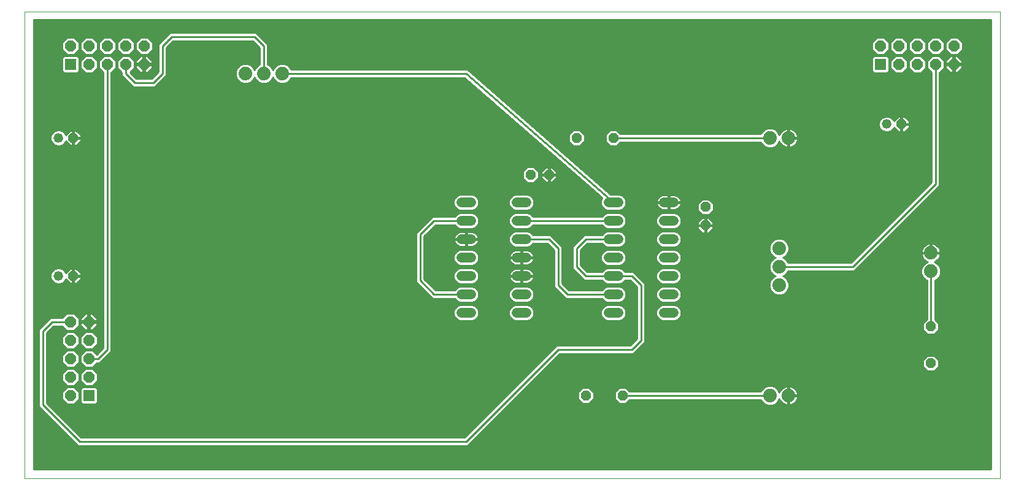
<source format=gtl>
G75*
%MOIN*%
%OFA0B0*%
%FSLAX24Y24*%
%IPPOS*%
%LPD*%
%AMOC8*
5,1,8,0,0,1.08239X$1,22.5*
%
%ADD10C,0.0000*%
%ADD11C,0.0520*%
%ADD12R,0.0600X0.0600*%
%ADD13OC8,0.0600*%
%ADD14C,0.0740*%
%ADD15OC8,0.0520*%
%ADD16C,0.0520*%
%ADD17C,0.0100*%
D10*
X000100Y000100D02*
X000100Y025470D01*
X053092Y025470D01*
X053092Y000100D01*
X000100Y000100D01*
D11*
X023840Y009100D02*
X024360Y009100D01*
X024360Y010100D02*
X023840Y010100D01*
X023840Y011100D02*
X024360Y011100D01*
X024360Y012100D02*
X023840Y012100D01*
X023840Y013100D02*
X024360Y013100D01*
X024360Y014100D02*
X023840Y014100D01*
X023840Y015100D02*
X024360Y015100D01*
X026840Y015100D02*
X027360Y015100D01*
X027360Y014100D02*
X026840Y014100D01*
X026840Y013100D02*
X027360Y013100D01*
X027360Y012100D02*
X026840Y012100D01*
X026840Y011100D02*
X027360Y011100D01*
X027360Y010100D02*
X026840Y010100D01*
X026840Y009100D02*
X027360Y009100D01*
X031840Y009100D02*
X032360Y009100D01*
X032360Y010100D02*
X031840Y010100D01*
X031840Y011100D02*
X032360Y011100D01*
X032360Y012100D02*
X031840Y012100D01*
X031840Y013100D02*
X032360Y013100D01*
X032360Y014100D02*
X031840Y014100D01*
X031840Y015100D02*
X032360Y015100D01*
X034840Y015100D02*
X035360Y015100D01*
X035360Y014100D02*
X034840Y014100D01*
X034840Y013100D02*
X035360Y013100D01*
X035360Y012100D02*
X034840Y012100D01*
X034840Y011100D02*
X035360Y011100D01*
X035360Y010100D02*
X034840Y010100D01*
X034840Y009100D02*
X035360Y009100D01*
D12*
X046600Y022600D03*
X003600Y004600D03*
X002600Y022600D03*
D13*
X003600Y022600D03*
X004600Y022600D03*
X005600Y022600D03*
X006600Y022600D03*
X006600Y023600D03*
X005600Y023600D03*
X004600Y023600D03*
X003600Y023600D03*
X002600Y023600D03*
X002600Y008600D03*
X003600Y008600D03*
X003600Y007600D03*
X002600Y007600D03*
X002600Y006600D03*
X003600Y006600D03*
X003600Y005600D03*
X002600Y005600D03*
X002600Y004600D03*
X046600Y023600D03*
X047600Y023600D03*
X048600Y023600D03*
X049600Y023600D03*
X050600Y023600D03*
X050600Y022600D03*
X049600Y022600D03*
X048600Y022600D03*
X047600Y022600D03*
D14*
X041600Y018600D03*
X040600Y018600D03*
X041100Y012600D03*
X041100Y011600D03*
X041100Y010600D03*
X049350Y011350D03*
X049350Y012350D03*
X041600Y004600D03*
X040600Y004600D03*
X014100Y022100D03*
X013100Y022100D03*
X012100Y022100D03*
D15*
X002750Y018600D03*
X002750Y011100D03*
X027600Y016600D03*
X028600Y016600D03*
X030100Y018600D03*
X032100Y018600D03*
X037100Y014850D03*
X037100Y013850D03*
X047750Y019350D03*
X049350Y008350D03*
X049350Y006350D03*
X032600Y004600D03*
X030600Y004600D03*
D16*
X001950Y011100D03*
X001950Y018600D03*
X046950Y019350D03*
D17*
X047344Y019177D02*
X047315Y019106D01*
X047194Y018985D01*
X047036Y018920D01*
X046864Y018920D01*
X046706Y018985D01*
X046585Y019106D01*
X046520Y019264D01*
X046520Y019436D01*
X046585Y019594D01*
X046706Y019715D01*
X046864Y019780D01*
X047036Y019780D01*
X047194Y019715D01*
X047315Y019594D01*
X047344Y019523D01*
X047580Y019760D01*
X047720Y019760D01*
X047720Y019380D01*
X047780Y019380D01*
X048160Y019380D01*
X048160Y019520D01*
X047920Y019760D01*
X047780Y019760D01*
X047780Y019380D01*
X047780Y019320D01*
X048160Y019320D01*
X048160Y019180D01*
X047920Y018940D01*
X047780Y018940D01*
X047780Y019320D01*
X047720Y019320D01*
X047720Y018940D01*
X047580Y018940D01*
X047344Y019177D01*
X047316Y019111D02*
X047410Y019111D01*
X047508Y019012D02*
X047220Y019012D01*
X047720Y019012D02*
X047780Y019012D01*
X047780Y019111D02*
X047720Y019111D01*
X047720Y019209D02*
X047780Y019209D01*
X047780Y019308D02*
X047720Y019308D01*
X047720Y019406D02*
X047780Y019406D01*
X047780Y019505D02*
X047720Y019505D01*
X047720Y019603D02*
X047780Y019603D01*
X047780Y019702D02*
X047720Y019702D01*
X047522Y019702D02*
X047207Y019702D01*
X047305Y019603D02*
X047423Y019603D01*
X047978Y019702D02*
X049380Y019702D01*
X049380Y019800D02*
X027063Y019800D01*
X027175Y019702D02*
X046693Y019702D01*
X046595Y019603D02*
X027288Y019603D01*
X027400Y019505D02*
X046549Y019505D01*
X046520Y019406D02*
X027513Y019406D01*
X027625Y019308D02*
X046520Y019308D01*
X046543Y019209D02*
X027738Y019209D01*
X027851Y019111D02*
X040421Y019111D01*
X040493Y019140D02*
X040294Y019058D01*
X040142Y018906D01*
X040107Y018820D01*
X032488Y018820D01*
X032278Y019030D01*
X031922Y019030D01*
X031670Y018778D01*
X031670Y018422D01*
X031922Y018170D01*
X032278Y018170D01*
X032488Y018380D01*
X040107Y018380D01*
X040142Y018294D01*
X040294Y018142D01*
X040493Y018060D01*
X040707Y018060D01*
X040906Y018142D01*
X041058Y018294D01*
X041111Y018422D01*
X041118Y018400D01*
X041155Y018327D01*
X041203Y018261D01*
X041261Y018203D01*
X041327Y018155D01*
X041400Y018118D01*
X041478Y018093D01*
X041559Y018080D01*
X041570Y018080D01*
X041570Y018570D01*
X041630Y018570D01*
X041630Y018630D01*
X041570Y018630D01*
X041570Y019120D01*
X041559Y019120D01*
X041478Y019107D01*
X041400Y019082D01*
X041327Y019045D01*
X041261Y018997D01*
X041203Y018939D01*
X041155Y018873D01*
X041118Y018800D01*
X041111Y018778D01*
X041058Y018906D01*
X040906Y019058D01*
X040707Y019140D01*
X040493Y019140D01*
X040248Y019012D02*
X032296Y019012D01*
X032395Y018914D02*
X040150Y018914D01*
X040600Y018600D02*
X032100Y018600D01*
X031805Y018914D02*
X030395Y018914D01*
X030296Y019012D02*
X031904Y019012D01*
X031707Y018815D02*
X030493Y018815D01*
X030530Y018778D02*
X030278Y019030D01*
X029922Y019030D01*
X029670Y018778D01*
X029670Y018422D01*
X029922Y018170D01*
X030278Y018170D01*
X030530Y018422D01*
X030530Y018778D01*
X030530Y018717D02*
X031670Y018717D01*
X031670Y018618D02*
X030530Y018618D01*
X030530Y018520D02*
X031670Y018520D01*
X031671Y018421D02*
X030529Y018421D01*
X030431Y018323D02*
X031769Y018323D01*
X031868Y018224D02*
X030332Y018224D01*
X029868Y018224D02*
X028864Y018224D01*
X028976Y018126D02*
X040334Y018126D01*
X040212Y018224D02*
X032332Y018224D01*
X032431Y018323D02*
X040130Y018323D01*
X040866Y018126D02*
X041386Y018126D01*
X041241Y018224D02*
X040988Y018224D01*
X041070Y018323D02*
X041159Y018323D01*
X041110Y018421D02*
X041111Y018421D01*
X041095Y018815D02*
X041126Y018815D01*
X041185Y018914D02*
X041050Y018914D01*
X040952Y019012D02*
X041282Y019012D01*
X041499Y019111D02*
X040779Y019111D01*
X041570Y019111D02*
X041630Y019111D01*
X041630Y019120D02*
X041630Y018630D01*
X042120Y018630D01*
X042120Y018641D01*
X042107Y018722D01*
X042082Y018800D01*
X042045Y018873D01*
X041997Y018939D01*
X041939Y018997D01*
X041873Y019045D01*
X041800Y019082D01*
X041722Y019107D01*
X041641Y019120D01*
X041630Y019120D01*
X041701Y019111D02*
X046584Y019111D01*
X046680Y019012D02*
X041918Y019012D01*
X042015Y018914D02*
X049380Y018914D01*
X049380Y019012D02*
X047992Y019012D01*
X048090Y019111D02*
X049380Y019111D01*
X049380Y019209D02*
X048160Y019209D01*
X048160Y019308D02*
X049380Y019308D01*
X049380Y019406D02*
X048160Y019406D01*
X048160Y019505D02*
X049380Y019505D01*
X049380Y019603D02*
X048077Y019603D01*
X049380Y019899D02*
X026950Y019899D01*
X026837Y019997D02*
X049380Y019997D01*
X049380Y020096D02*
X026725Y020096D01*
X026612Y020194D02*
X049380Y020194D01*
X049380Y020293D02*
X026500Y020293D01*
X026387Y020391D02*
X049380Y020391D01*
X049380Y020490D02*
X026275Y020490D01*
X026162Y020588D02*
X049380Y020588D01*
X049380Y020687D02*
X026049Y020687D01*
X025937Y020785D02*
X049380Y020785D01*
X049380Y020884D02*
X025824Y020884D01*
X025712Y020982D02*
X049380Y020982D01*
X049380Y021081D02*
X025599Y021081D01*
X025487Y021179D02*
X049380Y021179D01*
X049380Y021278D02*
X025374Y021278D01*
X025261Y021376D02*
X049380Y021376D01*
X049380Y021475D02*
X025149Y021475D01*
X025036Y021573D02*
X049380Y021573D01*
X049380Y021672D02*
X024924Y021672D01*
X024811Y021770D02*
X049380Y021770D01*
X049380Y021869D02*
X024699Y021869D01*
X024586Y021967D02*
X049380Y021967D01*
X049380Y022066D02*
X024473Y022066D01*
X024361Y022164D02*
X046196Y022164D01*
X046230Y022130D02*
X046970Y022130D01*
X047070Y022230D01*
X047070Y022970D01*
X046970Y023070D01*
X046230Y023070D01*
X046130Y022970D01*
X046130Y022230D01*
X046230Y022130D01*
X046130Y022263D02*
X024249Y022263D01*
X024250Y022261D02*
X024191Y022320D01*
X024183Y022320D01*
X024176Y022326D01*
X024093Y022320D01*
X014593Y022320D01*
X014558Y022406D01*
X014406Y022558D01*
X014207Y022640D01*
X013993Y022640D01*
X013794Y022558D01*
X013642Y022406D01*
X013600Y022304D01*
X013558Y022406D01*
X013406Y022558D01*
X013320Y022593D01*
X013320Y023691D01*
X013191Y023820D01*
X012691Y024320D01*
X008009Y024320D01*
X007880Y024191D01*
X007380Y023691D01*
X007380Y022191D01*
X007009Y021820D01*
X006191Y021820D01*
X005838Y022173D01*
X006070Y022405D01*
X006070Y022795D01*
X005795Y023070D01*
X005405Y023070D01*
X005130Y022795D01*
X005130Y022405D01*
X005380Y022155D01*
X005380Y022009D01*
X005880Y021509D01*
X006009Y021380D01*
X007191Y021380D01*
X007691Y021880D01*
X007820Y022009D01*
X007820Y023509D01*
X008191Y023880D01*
X012509Y023880D01*
X012880Y023509D01*
X012880Y022593D01*
X012794Y022558D01*
X012642Y022406D01*
X012600Y022304D01*
X012558Y022406D01*
X012406Y022558D01*
X012207Y022640D01*
X011993Y022640D01*
X011794Y022558D01*
X011642Y022406D01*
X011560Y022207D01*
X011560Y021993D01*
X011642Y021794D01*
X011794Y021642D01*
X011993Y021560D01*
X012207Y021560D01*
X012406Y021642D01*
X012558Y021794D01*
X012600Y021896D01*
X012642Y021794D01*
X012794Y021642D01*
X012993Y021560D01*
X013207Y021560D01*
X013406Y021642D01*
X013558Y021794D01*
X013600Y021896D01*
X013642Y021794D01*
X013794Y021642D01*
X013993Y021560D01*
X014207Y021560D01*
X014406Y021642D01*
X014558Y021794D01*
X014593Y021880D01*
X024017Y021880D01*
X031481Y015349D01*
X031475Y015344D01*
X031410Y015186D01*
X031410Y015014D01*
X031475Y014856D01*
X031596Y014735D01*
X031754Y014670D01*
X032446Y014670D01*
X032604Y014735D01*
X032725Y014856D01*
X032790Y015014D01*
X032790Y015186D01*
X032725Y015344D01*
X032604Y015465D01*
X032446Y015530D01*
X031943Y015530D01*
X024250Y022261D01*
X024100Y022100D02*
X032100Y015100D01*
X031903Y015565D02*
X048753Y015565D01*
X048852Y015663D02*
X031791Y015663D01*
X031678Y015762D02*
X048950Y015762D01*
X049049Y015860D02*
X031565Y015860D01*
X031453Y015959D02*
X049147Y015959D01*
X049246Y016057D02*
X031340Y016057D01*
X031228Y016156D02*
X049344Y016156D01*
X049380Y016191D02*
X045009Y011820D01*
X041593Y011820D01*
X041558Y011906D01*
X041406Y012058D01*
X041304Y012100D01*
X041406Y012142D01*
X041558Y012294D01*
X041640Y012493D01*
X041640Y012707D01*
X041558Y012906D01*
X041406Y013058D01*
X041207Y013140D01*
X040993Y013140D01*
X040794Y013058D01*
X040642Y012906D01*
X040560Y012707D01*
X040560Y012493D01*
X040642Y012294D01*
X040794Y012142D01*
X040896Y012100D01*
X040794Y012058D01*
X040642Y011906D01*
X040560Y011707D01*
X040560Y011493D01*
X040642Y011294D01*
X040794Y011142D01*
X040896Y011100D01*
X040794Y011058D01*
X040642Y010906D01*
X040560Y010707D01*
X040560Y010493D01*
X040642Y010294D01*
X040794Y010142D01*
X040993Y010060D01*
X041207Y010060D01*
X041406Y010142D01*
X041558Y010294D01*
X041640Y010493D01*
X041640Y010707D01*
X041558Y010906D01*
X041406Y011058D01*
X041304Y011100D01*
X041406Y011142D01*
X041558Y011294D01*
X041593Y011380D01*
X045191Y011380D01*
X049691Y015880D01*
X049820Y016009D01*
X049820Y022155D01*
X050070Y022405D01*
X050070Y022795D01*
X049795Y023070D01*
X049405Y023070D01*
X049130Y022795D01*
X049130Y022405D01*
X049380Y022155D01*
X049380Y016191D01*
X049380Y016254D02*
X031115Y016254D01*
X031003Y016353D02*
X049380Y016353D01*
X049380Y016451D02*
X030890Y016451D01*
X030777Y016550D02*
X049380Y016550D01*
X049380Y016648D02*
X030665Y016648D01*
X030552Y016747D02*
X049380Y016747D01*
X049380Y016845D02*
X030440Y016845D01*
X030327Y016944D02*
X049380Y016944D01*
X049380Y017042D02*
X030215Y017042D01*
X030102Y017141D02*
X049380Y017141D01*
X049380Y017239D02*
X029989Y017239D01*
X029877Y017338D02*
X049380Y017338D01*
X049380Y017436D02*
X029764Y017436D01*
X029652Y017535D02*
X049380Y017535D01*
X049380Y017633D02*
X029539Y017633D01*
X029427Y017732D02*
X049380Y017732D01*
X049380Y017830D02*
X029314Y017830D01*
X029201Y017929D02*
X049380Y017929D01*
X049380Y018027D02*
X029089Y018027D01*
X028758Y017732D02*
X004820Y017732D01*
X004820Y017830D02*
X028646Y017830D01*
X028533Y017929D02*
X004820Y017929D01*
X004820Y018027D02*
X028421Y018027D01*
X028308Y018126D02*
X004820Y018126D01*
X004820Y018224D02*
X028196Y018224D01*
X028083Y018323D02*
X004820Y018323D01*
X004820Y018421D02*
X027970Y018421D01*
X027858Y018520D02*
X004820Y018520D01*
X004820Y018618D02*
X027745Y018618D01*
X027633Y018717D02*
X004820Y018717D01*
X004820Y018815D02*
X027520Y018815D01*
X027408Y018914D02*
X004820Y018914D01*
X004820Y019012D02*
X027295Y019012D01*
X027182Y019111D02*
X004820Y019111D01*
X004820Y019209D02*
X027070Y019209D01*
X026957Y019308D02*
X004820Y019308D01*
X004820Y019406D02*
X026845Y019406D01*
X026732Y019505D02*
X004820Y019505D01*
X004820Y019603D02*
X026620Y019603D01*
X026507Y019702D02*
X004820Y019702D01*
X004820Y019800D02*
X026394Y019800D01*
X026282Y019899D02*
X004820Y019899D01*
X004820Y019997D02*
X026169Y019997D01*
X026057Y020096D02*
X004820Y020096D01*
X004820Y020194D02*
X025944Y020194D01*
X025832Y020293D02*
X004820Y020293D01*
X004820Y020391D02*
X025719Y020391D01*
X025606Y020490D02*
X004820Y020490D01*
X004820Y020588D02*
X025494Y020588D01*
X025381Y020687D02*
X004820Y020687D01*
X004820Y020785D02*
X025269Y020785D01*
X025156Y020884D02*
X004820Y020884D01*
X004820Y020982D02*
X025044Y020982D01*
X024931Y021081D02*
X004820Y021081D01*
X004820Y021179D02*
X024818Y021179D01*
X024706Y021278D02*
X004820Y021278D01*
X004820Y021376D02*
X024593Y021376D01*
X024481Y021475D02*
X007286Y021475D01*
X007384Y021573D02*
X011961Y021573D01*
X011765Y021672D02*
X007483Y021672D01*
X007581Y021770D02*
X011666Y021770D01*
X011611Y021869D02*
X007680Y021869D01*
X007778Y021967D02*
X011571Y021967D01*
X011560Y022066D02*
X007820Y022066D01*
X007820Y022164D02*
X011560Y022164D01*
X011583Y022263D02*
X007820Y022263D01*
X007820Y022361D02*
X011624Y022361D01*
X011696Y022460D02*
X007820Y022460D01*
X007820Y022558D02*
X011795Y022558D01*
X012405Y022558D02*
X012795Y022558D01*
X012880Y022657D02*
X007820Y022657D01*
X007820Y022755D02*
X012880Y022755D01*
X012880Y022854D02*
X007820Y022854D01*
X007820Y022952D02*
X012880Y022952D01*
X012880Y023051D02*
X007820Y023051D01*
X007820Y023149D02*
X012880Y023149D01*
X012880Y023248D02*
X007820Y023248D01*
X007820Y023346D02*
X012880Y023346D01*
X012880Y023445D02*
X007820Y023445D01*
X007854Y023543D02*
X012846Y023543D01*
X012747Y023642D02*
X007953Y023642D01*
X008051Y023740D02*
X012649Y023740D01*
X012550Y023839D02*
X008150Y023839D01*
X008100Y024100D02*
X007600Y023600D01*
X007600Y022100D01*
X007100Y021600D01*
X006100Y021600D01*
X005600Y022100D01*
X005600Y022600D01*
X005927Y022263D02*
X006301Y022263D01*
X006203Y022361D02*
X006026Y022361D01*
X006070Y022460D02*
X006150Y022460D01*
X006150Y022414D02*
X006414Y022150D01*
X006550Y022150D01*
X006550Y022550D01*
X006650Y022550D01*
X006650Y022650D01*
X007050Y022650D01*
X007050Y022786D01*
X006786Y023050D01*
X006650Y023050D01*
X006650Y022650D01*
X006550Y022650D01*
X006550Y023050D01*
X006414Y023050D01*
X006150Y022786D01*
X006150Y022650D01*
X006550Y022650D01*
X006550Y022550D01*
X006150Y022550D01*
X006150Y022414D01*
X006070Y022558D02*
X006550Y022558D01*
X006550Y022460D02*
X006650Y022460D01*
X006650Y022550D02*
X006650Y022150D01*
X006786Y022150D01*
X007050Y022414D01*
X007050Y022550D01*
X006650Y022550D01*
X006650Y022558D02*
X007380Y022558D01*
X007380Y022460D02*
X007050Y022460D01*
X006997Y022361D02*
X007380Y022361D01*
X007380Y022263D02*
X006899Y022263D01*
X006800Y022164D02*
X007353Y022164D01*
X007254Y022066D02*
X005946Y022066D01*
X005847Y022164D02*
X006400Y022164D01*
X006550Y022164D02*
X006650Y022164D01*
X006650Y022263D02*
X006550Y022263D01*
X006550Y022361D02*
X006650Y022361D01*
X006650Y022657D02*
X006550Y022657D01*
X006550Y022755D02*
X006650Y022755D01*
X006650Y022854D02*
X006550Y022854D01*
X006550Y022952D02*
X006650Y022952D01*
X006795Y023130D02*
X007070Y023405D01*
X007070Y023795D01*
X006795Y024070D01*
X006405Y024070D01*
X006130Y023795D01*
X006130Y023405D01*
X006405Y023130D01*
X006795Y023130D01*
X006814Y023149D02*
X007380Y023149D01*
X007380Y023051D02*
X005814Y023051D01*
X005795Y023130D02*
X006070Y023405D01*
X006070Y023795D01*
X005795Y024070D01*
X005405Y024070D01*
X005130Y023795D01*
X005130Y023405D01*
X005405Y023130D01*
X005795Y023130D01*
X005814Y023149D02*
X006386Y023149D01*
X006288Y023248D02*
X005912Y023248D01*
X006011Y023346D02*
X006189Y023346D01*
X006130Y023445D02*
X006070Y023445D01*
X006070Y023543D02*
X006130Y023543D01*
X006130Y023642D02*
X006070Y023642D01*
X006070Y023740D02*
X006130Y023740D01*
X006174Y023839D02*
X006026Y023839D01*
X005928Y023937D02*
X006272Y023937D01*
X006371Y024036D02*
X005829Y024036D01*
X005371Y024036D02*
X004829Y024036D01*
X004795Y024070D02*
X004405Y024070D01*
X004130Y023795D01*
X004130Y023405D01*
X004405Y023130D01*
X004795Y023130D01*
X005070Y023405D01*
X005070Y023795D01*
X004795Y024070D01*
X004928Y023937D02*
X005272Y023937D01*
X005174Y023839D02*
X005026Y023839D01*
X005070Y023740D02*
X005130Y023740D01*
X005130Y023642D02*
X005070Y023642D01*
X005070Y023543D02*
X005130Y023543D01*
X005130Y023445D02*
X005070Y023445D01*
X005011Y023346D02*
X005189Y023346D01*
X005288Y023248D02*
X004912Y023248D01*
X004814Y023149D02*
X005386Y023149D01*
X005386Y023051D02*
X004814Y023051D01*
X004795Y023070D02*
X004405Y023070D01*
X004130Y022795D01*
X004130Y022405D01*
X004380Y022155D01*
X004380Y007191D01*
X004027Y006838D01*
X003795Y007070D01*
X003405Y007070D01*
X003130Y006795D01*
X003130Y006405D01*
X003405Y006130D01*
X003795Y006130D01*
X004045Y006380D01*
X004191Y006380D01*
X004320Y006509D01*
X004820Y007009D01*
X004820Y022155D01*
X005070Y022405D01*
X005070Y022795D01*
X004795Y023070D01*
X004913Y022952D02*
X005287Y022952D01*
X005189Y022854D02*
X005011Y022854D01*
X005070Y022755D02*
X005130Y022755D01*
X005130Y022657D02*
X005070Y022657D01*
X005070Y022558D02*
X005130Y022558D01*
X005130Y022460D02*
X005070Y022460D01*
X005026Y022361D02*
X005174Y022361D01*
X005273Y022263D02*
X004927Y022263D01*
X004829Y022164D02*
X005371Y022164D01*
X005380Y022066D02*
X004820Y022066D01*
X004820Y021967D02*
X005422Y021967D01*
X005520Y021869D02*
X004820Y021869D01*
X004820Y021770D02*
X005619Y021770D01*
X005717Y021672D02*
X004820Y021672D01*
X004820Y021573D02*
X005816Y021573D01*
X005914Y021475D02*
X004820Y021475D01*
X004380Y021475D02*
X000600Y021475D01*
X000600Y021573D02*
X004380Y021573D01*
X004380Y021672D02*
X000600Y021672D01*
X000600Y021770D02*
X004380Y021770D01*
X004380Y021869D02*
X000600Y021869D01*
X000600Y021967D02*
X004380Y021967D01*
X004380Y022066D02*
X000600Y022066D01*
X000600Y022164D02*
X002196Y022164D01*
X002230Y022130D02*
X002970Y022130D01*
X003070Y022230D01*
X003070Y022970D01*
X002970Y023070D01*
X002230Y023070D01*
X002130Y022970D01*
X002130Y022230D01*
X002230Y022130D01*
X002130Y022263D02*
X000600Y022263D01*
X000600Y022361D02*
X002130Y022361D01*
X002130Y022460D02*
X000600Y022460D01*
X000600Y022558D02*
X002130Y022558D01*
X002130Y022657D02*
X000600Y022657D01*
X000600Y022755D02*
X002130Y022755D01*
X002130Y022854D02*
X000600Y022854D01*
X000600Y022952D02*
X002130Y022952D01*
X002210Y023051D02*
X000600Y023051D01*
X000600Y023149D02*
X002386Y023149D01*
X002405Y023130D02*
X002795Y023130D01*
X003070Y023405D01*
X003070Y023795D01*
X002795Y024070D01*
X002405Y024070D01*
X002130Y023795D01*
X002130Y023405D01*
X002405Y023130D01*
X002288Y023248D02*
X000600Y023248D01*
X000600Y023346D02*
X002189Y023346D01*
X002130Y023445D02*
X000600Y023445D01*
X000600Y023543D02*
X002130Y023543D01*
X002130Y023642D02*
X000600Y023642D01*
X000600Y023740D02*
X002130Y023740D01*
X002174Y023839D02*
X000600Y023839D01*
X000600Y023937D02*
X002272Y023937D01*
X002371Y024036D02*
X000600Y024036D01*
X000600Y024134D02*
X007823Y024134D01*
X007921Y024233D02*
X000600Y024233D01*
X000600Y024331D02*
X052600Y024331D01*
X052600Y024233D02*
X012779Y024233D01*
X012877Y024134D02*
X052600Y024134D01*
X052600Y024036D02*
X050829Y024036D01*
X050795Y024070D02*
X050405Y024070D01*
X050130Y023795D01*
X050130Y023405D01*
X050405Y023130D01*
X050795Y023130D01*
X051070Y023405D01*
X051070Y023795D01*
X050795Y024070D01*
X050928Y023937D02*
X052600Y023937D01*
X052600Y023839D02*
X051026Y023839D01*
X051070Y023740D02*
X052600Y023740D01*
X052600Y023642D02*
X051070Y023642D01*
X051070Y023543D02*
X052600Y023543D01*
X052600Y023445D02*
X051070Y023445D01*
X051011Y023346D02*
X052600Y023346D01*
X052600Y023248D02*
X050912Y023248D01*
X050814Y023149D02*
X052600Y023149D01*
X052600Y023051D02*
X049814Y023051D01*
X049795Y023130D02*
X050070Y023405D01*
X050070Y023795D01*
X049795Y024070D01*
X049405Y024070D01*
X049130Y023795D01*
X049130Y023405D01*
X049405Y023130D01*
X049795Y023130D01*
X049814Y023149D02*
X050386Y023149D01*
X050414Y023050D02*
X050150Y022786D01*
X050150Y022650D01*
X050550Y022650D01*
X050550Y023050D01*
X050414Y023050D01*
X050316Y022952D02*
X049913Y022952D01*
X050011Y022854D02*
X050217Y022854D01*
X050150Y022755D02*
X050070Y022755D01*
X050070Y022657D02*
X050150Y022657D01*
X050150Y022550D02*
X050150Y022414D01*
X050414Y022150D01*
X050550Y022150D01*
X050550Y022550D01*
X050650Y022550D01*
X050650Y022650D01*
X051050Y022650D01*
X051050Y022786D01*
X050786Y023050D01*
X050650Y023050D01*
X050650Y022650D01*
X050550Y022650D01*
X050550Y022550D01*
X050150Y022550D01*
X050070Y022558D02*
X050550Y022558D01*
X050550Y022460D02*
X050650Y022460D01*
X050650Y022550D02*
X050650Y022150D01*
X050786Y022150D01*
X051050Y022414D01*
X051050Y022550D01*
X050650Y022550D01*
X050650Y022558D02*
X052600Y022558D01*
X052600Y022460D02*
X051050Y022460D01*
X050997Y022361D02*
X052600Y022361D01*
X052600Y022263D02*
X050899Y022263D01*
X050800Y022164D02*
X052600Y022164D01*
X052600Y022066D02*
X049820Y022066D01*
X049829Y022164D02*
X050400Y022164D01*
X050301Y022263D02*
X049927Y022263D01*
X050026Y022361D02*
X050203Y022361D01*
X050150Y022460D02*
X050070Y022460D01*
X050550Y022361D02*
X050650Y022361D01*
X050650Y022263D02*
X050550Y022263D01*
X050550Y022164D02*
X050650Y022164D01*
X050650Y022657D02*
X050550Y022657D01*
X050550Y022755D02*
X050650Y022755D01*
X050650Y022854D02*
X050550Y022854D01*
X050550Y022952D02*
X050650Y022952D01*
X050884Y022952D02*
X052600Y022952D01*
X052600Y022854D02*
X050983Y022854D01*
X051050Y022755D02*
X052600Y022755D01*
X052600Y022657D02*
X051050Y022657D01*
X050288Y023248D02*
X049912Y023248D01*
X050011Y023346D02*
X050189Y023346D01*
X050130Y023445D02*
X050070Y023445D01*
X050070Y023543D02*
X050130Y023543D01*
X050130Y023642D02*
X050070Y023642D01*
X050070Y023740D02*
X050130Y023740D01*
X050174Y023839D02*
X050026Y023839D01*
X049928Y023937D02*
X050272Y023937D01*
X050371Y024036D02*
X049829Y024036D01*
X049371Y024036D02*
X048829Y024036D01*
X048795Y024070D02*
X048405Y024070D01*
X048130Y023795D01*
X048130Y023405D01*
X048405Y023130D01*
X048795Y023130D01*
X049070Y023405D01*
X049070Y023795D01*
X048795Y024070D01*
X048928Y023937D02*
X049272Y023937D01*
X049174Y023839D02*
X049026Y023839D01*
X049070Y023740D02*
X049130Y023740D01*
X049130Y023642D02*
X049070Y023642D01*
X049070Y023543D02*
X049130Y023543D01*
X049130Y023445D02*
X049070Y023445D01*
X049011Y023346D02*
X049189Y023346D01*
X049288Y023248D02*
X048912Y023248D01*
X048814Y023149D02*
X049386Y023149D01*
X049386Y023051D02*
X048814Y023051D01*
X048795Y023070D02*
X048405Y023070D01*
X048130Y022795D01*
X048130Y022405D01*
X048405Y022130D01*
X048795Y022130D01*
X049070Y022405D01*
X049070Y022795D01*
X048795Y023070D01*
X048913Y022952D02*
X049287Y022952D01*
X049189Y022854D02*
X049011Y022854D01*
X049070Y022755D02*
X049130Y022755D01*
X049130Y022657D02*
X049070Y022657D01*
X049070Y022558D02*
X049130Y022558D01*
X049130Y022460D02*
X049070Y022460D01*
X049026Y022361D02*
X049174Y022361D01*
X049273Y022263D02*
X048927Y022263D01*
X048829Y022164D02*
X049371Y022164D01*
X049820Y021967D02*
X052600Y021967D01*
X052600Y021869D02*
X049820Y021869D01*
X049820Y021770D02*
X052600Y021770D01*
X052600Y021672D02*
X049820Y021672D01*
X049820Y021573D02*
X052600Y021573D01*
X052600Y021475D02*
X049820Y021475D01*
X049820Y021376D02*
X052600Y021376D01*
X052600Y021278D02*
X049820Y021278D01*
X049820Y021179D02*
X052600Y021179D01*
X052600Y021081D02*
X049820Y021081D01*
X049820Y020982D02*
X052600Y020982D01*
X052600Y020884D02*
X049820Y020884D01*
X049820Y020785D02*
X052600Y020785D01*
X052600Y020687D02*
X049820Y020687D01*
X049820Y020588D02*
X052600Y020588D01*
X052600Y020490D02*
X049820Y020490D01*
X049820Y020391D02*
X052600Y020391D01*
X052600Y020293D02*
X049820Y020293D01*
X049820Y020194D02*
X052600Y020194D01*
X052600Y020096D02*
X049820Y020096D01*
X049820Y019997D02*
X052600Y019997D01*
X052600Y019899D02*
X049820Y019899D01*
X049820Y019800D02*
X052600Y019800D01*
X052600Y019702D02*
X049820Y019702D01*
X049820Y019603D02*
X052600Y019603D01*
X052600Y019505D02*
X049820Y019505D01*
X049820Y019406D02*
X052600Y019406D01*
X052600Y019308D02*
X049820Y019308D01*
X049820Y019209D02*
X052600Y019209D01*
X052600Y019111D02*
X049820Y019111D01*
X049820Y019012D02*
X052600Y019012D01*
X052600Y018914D02*
X049820Y018914D01*
X049820Y018815D02*
X052600Y018815D01*
X052600Y018717D02*
X049820Y018717D01*
X049820Y018618D02*
X052600Y018618D01*
X052600Y018520D02*
X049820Y018520D01*
X049820Y018421D02*
X052600Y018421D01*
X052600Y018323D02*
X049820Y018323D01*
X049820Y018224D02*
X052600Y018224D01*
X052600Y018126D02*
X049820Y018126D01*
X049820Y018027D02*
X052600Y018027D01*
X052600Y017929D02*
X049820Y017929D01*
X049820Y017830D02*
X052600Y017830D01*
X052600Y017732D02*
X049820Y017732D01*
X049820Y017633D02*
X052600Y017633D01*
X052600Y017535D02*
X049820Y017535D01*
X049820Y017436D02*
X052600Y017436D01*
X052600Y017338D02*
X049820Y017338D01*
X049820Y017239D02*
X052600Y017239D01*
X052600Y017141D02*
X049820Y017141D01*
X049820Y017042D02*
X052600Y017042D01*
X052600Y016944D02*
X049820Y016944D01*
X049820Y016845D02*
X052600Y016845D01*
X052600Y016747D02*
X049820Y016747D01*
X049820Y016648D02*
X052600Y016648D01*
X052600Y016550D02*
X049820Y016550D01*
X049820Y016451D02*
X052600Y016451D01*
X052600Y016353D02*
X049820Y016353D01*
X049820Y016254D02*
X052600Y016254D01*
X052600Y016156D02*
X049820Y016156D01*
X049820Y016057D02*
X052600Y016057D01*
X052600Y015959D02*
X049770Y015959D01*
X049671Y015860D02*
X052600Y015860D01*
X052600Y015762D02*
X049573Y015762D01*
X049474Y015663D02*
X052600Y015663D01*
X052600Y015565D02*
X049376Y015565D01*
X049277Y015466D02*
X052600Y015466D01*
X052600Y015368D02*
X049179Y015368D01*
X049080Y015269D02*
X052600Y015269D01*
X052600Y015171D02*
X048982Y015171D01*
X048883Y015072D02*
X052600Y015072D01*
X052600Y014974D02*
X048785Y014974D01*
X048686Y014875D02*
X052600Y014875D01*
X052600Y014777D02*
X048588Y014777D01*
X048489Y014678D02*
X052600Y014678D01*
X052600Y014580D02*
X048391Y014580D01*
X048292Y014481D02*
X052600Y014481D01*
X052600Y014383D02*
X048194Y014383D01*
X048095Y014284D02*
X052600Y014284D01*
X052600Y014186D02*
X047997Y014186D01*
X047898Y014087D02*
X052600Y014087D01*
X052600Y013989D02*
X047800Y013989D01*
X047701Y013890D02*
X052600Y013890D01*
X052600Y013792D02*
X047603Y013792D01*
X047504Y013693D02*
X052600Y013693D01*
X052600Y013595D02*
X047406Y013595D01*
X047307Y013496D02*
X052600Y013496D01*
X052600Y013398D02*
X047209Y013398D01*
X047110Y013299D02*
X052600Y013299D01*
X052600Y013201D02*
X047012Y013201D01*
X046913Y013102D02*
X052600Y013102D01*
X052600Y013004D02*
X046815Y013004D01*
X046716Y012905D02*
X052600Y012905D01*
X052600Y012807D02*
X049599Y012807D01*
X049623Y012795D02*
X049550Y012832D01*
X049472Y012857D01*
X049391Y012870D01*
X049380Y012870D01*
X049380Y012380D01*
X049870Y012380D01*
X049870Y012391D01*
X049857Y012472D01*
X049832Y012550D01*
X049795Y012623D01*
X049747Y012689D01*
X049689Y012747D01*
X049623Y012795D01*
X049727Y012708D02*
X052600Y012708D01*
X052600Y012610D02*
X049801Y012610D01*
X049844Y012511D02*
X052600Y012511D01*
X052600Y012413D02*
X049867Y012413D01*
X049870Y012320D02*
X049380Y012320D01*
X049380Y012380D01*
X049320Y012380D01*
X049320Y012870D01*
X049309Y012870D01*
X049228Y012857D01*
X049150Y012832D01*
X049077Y012795D01*
X049011Y012747D01*
X048953Y012689D01*
X048905Y012623D01*
X048868Y012550D01*
X048843Y012472D01*
X048830Y012391D01*
X048830Y012380D01*
X049320Y012380D01*
X049320Y012320D01*
X048830Y012320D01*
X048830Y012309D01*
X048843Y012228D01*
X048868Y012150D01*
X048905Y012077D01*
X048953Y012011D01*
X049011Y011953D01*
X049077Y011905D01*
X049150Y011868D01*
X049172Y011861D01*
X049044Y011808D01*
X048892Y011656D01*
X048810Y011457D01*
X048810Y011243D01*
X048892Y011044D01*
X049044Y010892D01*
X049130Y010857D01*
X049130Y008738D01*
X048920Y008528D01*
X048920Y008172D01*
X049172Y007920D01*
X049528Y007920D01*
X049780Y008172D01*
X049780Y008528D01*
X049570Y008738D01*
X049570Y010857D01*
X049656Y010892D01*
X049808Y011044D01*
X049890Y011243D01*
X049890Y011457D01*
X049808Y011656D01*
X049656Y011808D01*
X049528Y011861D01*
X049550Y011868D01*
X049623Y011905D01*
X049689Y011953D01*
X049747Y012011D01*
X049795Y012077D01*
X049832Y012150D01*
X049857Y012228D01*
X049870Y012309D01*
X049870Y012320D01*
X049870Y012314D02*
X052600Y012314D01*
X052600Y012216D02*
X049853Y012216D01*
X049815Y012117D02*
X052600Y012117D01*
X052600Y012019D02*
X049752Y012019D01*
X049643Y011920D02*
X052600Y011920D01*
X052600Y011822D02*
X049623Y011822D01*
X049741Y011723D02*
X052600Y011723D01*
X052600Y011625D02*
X049821Y011625D01*
X049862Y011526D02*
X052600Y011526D01*
X052600Y011428D02*
X049890Y011428D01*
X049890Y011329D02*
X052600Y011329D01*
X052600Y011231D02*
X049885Y011231D01*
X049844Y011132D02*
X052600Y011132D01*
X052600Y011034D02*
X049797Y011034D01*
X049699Y010935D02*
X052600Y010935D01*
X052600Y010837D02*
X049570Y010837D01*
X049570Y010738D02*
X052600Y010738D01*
X052600Y010640D02*
X049570Y010640D01*
X049570Y010541D02*
X052600Y010541D01*
X052600Y010443D02*
X049570Y010443D01*
X049570Y010344D02*
X052600Y010344D01*
X052600Y010246D02*
X049570Y010246D01*
X049570Y010147D02*
X052600Y010147D01*
X052600Y010049D02*
X049570Y010049D01*
X049570Y009950D02*
X052600Y009950D01*
X052600Y009852D02*
X049570Y009852D01*
X049570Y009753D02*
X052600Y009753D01*
X052600Y009655D02*
X049570Y009655D01*
X049570Y009556D02*
X052600Y009556D01*
X052600Y009458D02*
X049570Y009458D01*
X049570Y009359D02*
X052600Y009359D01*
X052600Y009261D02*
X049570Y009261D01*
X049570Y009162D02*
X052600Y009162D01*
X052600Y009064D02*
X049570Y009064D01*
X049570Y008965D02*
X052600Y008965D01*
X052600Y008867D02*
X049570Y008867D01*
X049570Y008768D02*
X052600Y008768D01*
X052600Y008670D02*
X049639Y008670D01*
X049737Y008571D02*
X052600Y008571D01*
X052600Y008473D02*
X049780Y008473D01*
X049780Y008374D02*
X052600Y008374D01*
X052600Y008276D02*
X049780Y008276D01*
X049780Y008177D02*
X052600Y008177D01*
X052600Y008079D02*
X049687Y008079D01*
X049588Y007980D02*
X052600Y007980D01*
X052600Y007882D02*
X033820Y007882D01*
X033820Y007980D02*
X049112Y007980D01*
X049013Y008079D02*
X033820Y008079D01*
X033820Y008177D02*
X048920Y008177D01*
X048920Y008276D02*
X033820Y008276D01*
X033820Y008374D02*
X048920Y008374D01*
X048920Y008473D02*
X033820Y008473D01*
X033820Y008571D02*
X048963Y008571D01*
X049061Y008670D02*
X033820Y008670D01*
X033820Y008768D02*
X034564Y008768D01*
X034596Y008735D02*
X034475Y008856D01*
X034410Y009014D01*
X034410Y009186D01*
X034475Y009344D01*
X034596Y009465D01*
X034754Y009530D01*
X035446Y009530D01*
X035604Y009465D01*
X035725Y009344D01*
X035790Y009186D01*
X035790Y009014D01*
X035725Y008856D01*
X035604Y008735D01*
X035446Y008670D01*
X034754Y008670D01*
X034596Y008735D01*
X034471Y008867D02*
X033820Y008867D01*
X033820Y008965D02*
X034430Y008965D01*
X034410Y009064D02*
X033820Y009064D01*
X033820Y009162D02*
X034410Y009162D01*
X034441Y009261D02*
X033820Y009261D01*
X033820Y009359D02*
X034491Y009359D01*
X034589Y009458D02*
X033820Y009458D01*
X033820Y009556D02*
X049130Y009556D01*
X049130Y009458D02*
X035611Y009458D01*
X035709Y009359D02*
X049130Y009359D01*
X049130Y009261D02*
X035759Y009261D01*
X035790Y009162D02*
X049130Y009162D01*
X049130Y009064D02*
X035790Y009064D01*
X035770Y008965D02*
X049130Y008965D01*
X049130Y008867D02*
X035729Y008867D01*
X035636Y008768D02*
X049130Y008768D01*
X049350Y008350D02*
X049350Y011350D01*
X048856Y011132D02*
X041381Y011132D01*
X041430Y011034D02*
X048903Y011034D01*
X049001Y010935D02*
X041529Y010935D01*
X041587Y010837D02*
X049130Y010837D01*
X049130Y010738D02*
X041627Y010738D01*
X041640Y010640D02*
X049130Y010640D01*
X049130Y010541D02*
X041640Y010541D01*
X041619Y010443D02*
X049130Y010443D01*
X049130Y010344D02*
X041578Y010344D01*
X041509Y010246D02*
X049130Y010246D01*
X049130Y010147D02*
X041411Y010147D01*
X040789Y010147D02*
X035790Y010147D01*
X035790Y010186D02*
X035725Y010344D01*
X035604Y010465D01*
X035446Y010530D01*
X034754Y010530D01*
X034596Y010465D01*
X034475Y010344D01*
X034410Y010186D01*
X034410Y010014D01*
X034475Y009856D01*
X034596Y009735D01*
X034754Y009670D01*
X035446Y009670D01*
X035604Y009735D01*
X035725Y009856D01*
X035790Y010014D01*
X035790Y010186D01*
X035765Y010246D02*
X040691Y010246D01*
X040622Y010344D02*
X035724Y010344D01*
X035626Y010443D02*
X040581Y010443D01*
X040560Y010541D02*
X033820Y010541D01*
X033820Y010443D02*
X034574Y010443D01*
X034476Y010344D02*
X033820Y010344D01*
X033820Y010246D02*
X034435Y010246D01*
X034410Y010147D02*
X033820Y010147D01*
X033820Y010049D02*
X034410Y010049D01*
X034437Y009950D02*
X033820Y009950D01*
X033820Y009852D02*
X034480Y009852D01*
X034579Y009753D02*
X033820Y009753D01*
X033820Y009655D02*
X049130Y009655D01*
X049130Y009753D02*
X035621Y009753D01*
X035720Y009852D02*
X049130Y009852D01*
X049130Y009950D02*
X035763Y009950D01*
X035790Y010049D02*
X049130Y010049D01*
X048815Y011231D02*
X041494Y011231D01*
X041572Y011329D02*
X048810Y011329D01*
X048810Y011428D02*
X045239Y011428D01*
X045337Y011526D02*
X048838Y011526D01*
X048879Y011625D02*
X045436Y011625D01*
X045534Y011723D02*
X048959Y011723D01*
X049077Y011822D02*
X045633Y011822D01*
X045731Y011920D02*
X049057Y011920D01*
X048948Y012019D02*
X045830Y012019D01*
X045928Y012117D02*
X048885Y012117D01*
X048847Y012216D02*
X046027Y012216D01*
X046125Y012314D02*
X048830Y012314D01*
X048833Y012413D02*
X046224Y012413D01*
X046322Y012511D02*
X048856Y012511D01*
X048899Y012610D02*
X046421Y012610D01*
X046519Y012708D02*
X048973Y012708D01*
X049101Y012807D02*
X046618Y012807D01*
X046291Y013102D02*
X041299Y013102D01*
X041460Y013004D02*
X046192Y013004D01*
X046094Y012905D02*
X041558Y012905D01*
X041599Y012807D02*
X045995Y012807D01*
X045897Y012708D02*
X041640Y012708D01*
X041640Y012610D02*
X045798Y012610D01*
X045700Y012511D02*
X041640Y012511D01*
X041607Y012413D02*
X045601Y012413D01*
X045503Y012314D02*
X041566Y012314D01*
X041479Y012216D02*
X045404Y012216D01*
X045306Y012117D02*
X041345Y012117D01*
X041445Y012019D02*
X045207Y012019D01*
X045109Y011920D02*
X041544Y011920D01*
X041593Y011822D02*
X045010Y011822D01*
X045100Y011600D02*
X049600Y016100D01*
X049600Y022600D01*
X048386Y023051D02*
X047814Y023051D01*
X047795Y023070D02*
X047405Y023070D01*
X047130Y022795D01*
X047130Y022405D01*
X047405Y022130D01*
X047795Y022130D01*
X048070Y022405D01*
X048070Y022795D01*
X047795Y023070D01*
X047795Y023130D02*
X048070Y023405D01*
X048070Y023795D01*
X047795Y024070D01*
X047405Y024070D01*
X047130Y023795D01*
X047130Y023405D01*
X047405Y023130D01*
X047795Y023130D01*
X047814Y023149D02*
X048386Y023149D01*
X048288Y023248D02*
X047912Y023248D01*
X048011Y023346D02*
X048189Y023346D01*
X048130Y023445D02*
X048070Y023445D01*
X048070Y023543D02*
X048130Y023543D01*
X048130Y023642D02*
X048070Y023642D01*
X048070Y023740D02*
X048130Y023740D01*
X048174Y023839D02*
X048026Y023839D01*
X047928Y023937D02*
X048272Y023937D01*
X048371Y024036D02*
X047829Y024036D01*
X047371Y024036D02*
X046829Y024036D01*
X046795Y024070D02*
X047070Y023795D01*
X047070Y023405D01*
X046795Y023130D01*
X046405Y023130D01*
X046130Y023405D01*
X046130Y023795D01*
X046405Y024070D01*
X046795Y024070D01*
X046928Y023937D02*
X047272Y023937D01*
X047174Y023839D02*
X047026Y023839D01*
X047070Y023740D02*
X047130Y023740D01*
X047130Y023642D02*
X047070Y023642D01*
X047070Y023543D02*
X047130Y023543D01*
X047130Y023445D02*
X047070Y023445D01*
X047011Y023346D02*
X047189Y023346D01*
X047288Y023248D02*
X046912Y023248D01*
X046814Y023149D02*
X047386Y023149D01*
X047386Y023051D02*
X046990Y023051D01*
X047070Y022952D02*
X047287Y022952D01*
X047189Y022854D02*
X047070Y022854D01*
X047070Y022755D02*
X047130Y022755D01*
X047130Y022657D02*
X047070Y022657D01*
X047070Y022558D02*
X047130Y022558D01*
X047130Y022460D02*
X047070Y022460D01*
X047070Y022361D02*
X047174Y022361D01*
X047273Y022263D02*
X047070Y022263D01*
X047004Y022164D02*
X047371Y022164D01*
X047829Y022164D02*
X048371Y022164D01*
X048273Y022263D02*
X047927Y022263D01*
X048026Y022361D02*
X048174Y022361D01*
X048130Y022460D02*
X048070Y022460D01*
X048070Y022558D02*
X048130Y022558D01*
X048130Y022657D02*
X048070Y022657D01*
X048070Y022755D02*
X048130Y022755D01*
X048189Y022854D02*
X048011Y022854D01*
X047913Y022952D02*
X048287Y022952D01*
X046386Y023149D02*
X013320Y023149D01*
X013320Y023051D02*
X046210Y023051D01*
X046130Y022952D02*
X013320Y022952D01*
X013320Y022854D02*
X046130Y022854D01*
X046130Y022755D02*
X013320Y022755D01*
X013320Y022657D02*
X046130Y022657D01*
X046130Y022558D02*
X014405Y022558D01*
X014504Y022460D02*
X046130Y022460D01*
X046130Y022361D02*
X014576Y022361D01*
X014100Y022100D02*
X024100Y022100D01*
X024030Y021869D02*
X014589Y021869D01*
X014534Y021770D02*
X024143Y021770D01*
X024256Y021672D02*
X014435Y021672D01*
X014239Y021573D02*
X024368Y021573D01*
X027963Y019012D02*
X029904Y019012D01*
X029805Y018914D02*
X028076Y018914D01*
X028188Y018815D02*
X029707Y018815D01*
X029670Y018717D02*
X028301Y018717D01*
X028413Y018618D02*
X029670Y018618D01*
X029670Y018520D02*
X028526Y018520D01*
X028639Y018421D02*
X029671Y018421D01*
X029769Y018323D02*
X028751Y018323D01*
X028871Y017633D02*
X004820Y017633D01*
X004820Y017535D02*
X028984Y017535D01*
X029096Y017436D02*
X004820Y017436D01*
X004820Y017338D02*
X029209Y017338D01*
X029321Y017239D02*
X004820Y017239D01*
X004820Y017141D02*
X029434Y017141D01*
X029546Y017042D02*
X004820Y017042D01*
X004820Y016944D02*
X027335Y016944D01*
X027422Y017030D02*
X027170Y016778D01*
X027170Y016422D01*
X027422Y016170D01*
X027778Y016170D01*
X028030Y016422D01*
X028030Y016778D01*
X027778Y017030D01*
X027422Y017030D01*
X027237Y016845D02*
X004820Y016845D01*
X004820Y016747D02*
X027170Y016747D01*
X027170Y016648D02*
X004820Y016648D01*
X004820Y016550D02*
X027170Y016550D01*
X027170Y016451D02*
X004820Y016451D01*
X004820Y016353D02*
X027239Y016353D01*
X027338Y016254D02*
X004820Y016254D01*
X004820Y016156D02*
X030560Y016156D01*
X030672Y016057D02*
X004820Y016057D01*
X004820Y015959D02*
X030785Y015959D01*
X030897Y015860D02*
X004820Y015860D01*
X004820Y015762D02*
X031010Y015762D01*
X031122Y015663D02*
X004820Y015663D01*
X004820Y015565D02*
X031235Y015565D01*
X031348Y015466D02*
X027600Y015466D01*
X027604Y015465D02*
X027446Y015530D01*
X026754Y015530D01*
X026596Y015465D01*
X026475Y015344D01*
X026410Y015186D01*
X026410Y015014D01*
X026475Y014856D01*
X026596Y014735D01*
X026754Y014670D01*
X027446Y014670D01*
X027604Y014735D01*
X027725Y014856D01*
X027790Y015014D01*
X027790Y015186D01*
X027725Y015344D01*
X027604Y015465D01*
X027701Y015368D02*
X031460Y015368D01*
X031445Y015269D02*
X027755Y015269D01*
X027790Y015171D02*
X031410Y015171D01*
X031410Y015072D02*
X027790Y015072D01*
X027773Y014974D02*
X031427Y014974D01*
X031468Y014875D02*
X027732Y014875D01*
X027645Y014777D02*
X031555Y014777D01*
X031735Y014678D02*
X027465Y014678D01*
X027446Y014530D02*
X026754Y014530D01*
X026596Y014465D01*
X026475Y014344D01*
X026410Y014186D01*
X024790Y014186D01*
X024725Y014344D01*
X024604Y014465D01*
X024446Y014530D01*
X023754Y014530D01*
X023596Y014465D01*
X023475Y014344D01*
X023466Y014320D01*
X022259Y014320D01*
X022130Y014191D01*
X021380Y013441D01*
X021380Y010759D01*
X021509Y010630D01*
X022259Y009880D01*
X023466Y009880D01*
X023475Y009856D01*
X023596Y009735D01*
X023754Y009670D01*
X024446Y009670D01*
X024604Y009735D01*
X024725Y009856D01*
X024790Y010014D01*
X024790Y010186D01*
X024725Y010344D01*
X024604Y010465D01*
X024446Y010530D01*
X023754Y010530D01*
X023596Y010465D01*
X023475Y010344D01*
X023466Y010320D01*
X022441Y010320D01*
X021820Y010941D01*
X021820Y013259D01*
X022441Y013880D01*
X023466Y013880D01*
X023475Y013856D01*
X023596Y013735D01*
X023754Y013670D01*
X024446Y013670D01*
X024604Y013735D01*
X024725Y013856D01*
X024790Y014014D01*
X024790Y014186D01*
X024790Y014087D02*
X026410Y014087D01*
X026410Y014014D02*
X026410Y014186D01*
X026451Y014284D02*
X024749Y014284D01*
X024686Y014383D02*
X026514Y014383D01*
X026636Y014481D02*
X024564Y014481D01*
X024465Y014678D02*
X026735Y014678D01*
X026555Y014777D02*
X024645Y014777D01*
X024604Y014735D02*
X024725Y014856D01*
X024790Y015014D01*
X024790Y015186D01*
X024725Y015344D01*
X024604Y015465D01*
X024446Y015530D01*
X023754Y015530D01*
X023596Y015465D01*
X023475Y015344D01*
X023410Y015186D01*
X023410Y015014D01*
X023475Y014856D01*
X023596Y014735D01*
X023754Y014670D01*
X024446Y014670D01*
X024604Y014735D01*
X024732Y014875D02*
X026468Y014875D01*
X026427Y014974D02*
X024773Y014974D01*
X024790Y015072D02*
X026410Y015072D01*
X026410Y015171D02*
X024790Y015171D01*
X024755Y015269D02*
X026445Y015269D01*
X026499Y015368D02*
X024701Y015368D01*
X024600Y015466D02*
X026600Y015466D01*
X027862Y016254D02*
X028366Y016254D01*
X028430Y016190D02*
X028570Y016190D01*
X028570Y016570D01*
X028630Y016570D01*
X028630Y016630D01*
X029010Y016630D01*
X029010Y016770D01*
X028770Y017010D01*
X028630Y017010D01*
X028630Y016630D01*
X028570Y016630D01*
X028570Y017010D01*
X028430Y017010D01*
X028190Y016770D01*
X028190Y016630D01*
X028570Y016630D01*
X028570Y016570D01*
X028190Y016570D01*
X028190Y016430D01*
X028430Y016190D01*
X028570Y016254D02*
X028630Y016254D01*
X028630Y016190D02*
X028770Y016190D01*
X029010Y016430D01*
X029010Y016570D01*
X028630Y016570D01*
X028630Y016190D01*
X028630Y016353D02*
X028570Y016353D01*
X028570Y016451D02*
X028630Y016451D01*
X028630Y016550D02*
X028570Y016550D01*
X028570Y016648D02*
X028630Y016648D01*
X028630Y016747D02*
X028570Y016747D01*
X028570Y016845D02*
X028630Y016845D01*
X028630Y016944D02*
X028570Y016944D01*
X028364Y016944D02*
X027865Y016944D01*
X027963Y016845D02*
X028265Y016845D01*
X028190Y016747D02*
X028030Y016747D01*
X028030Y016648D02*
X028190Y016648D01*
X028190Y016550D02*
X028030Y016550D01*
X028030Y016451D02*
X028190Y016451D01*
X028268Y016353D02*
X027961Y016353D01*
X028834Y016254D02*
X030447Y016254D01*
X030334Y016353D02*
X028932Y016353D01*
X029010Y016451D02*
X030222Y016451D01*
X030109Y016550D02*
X029010Y016550D01*
X029010Y016648D02*
X029997Y016648D01*
X029884Y016747D02*
X029010Y016747D01*
X028935Y016845D02*
X029772Y016845D01*
X029659Y016944D02*
X028836Y016944D01*
X032600Y015466D02*
X034655Y015466D01*
X034683Y015480D02*
X034625Y015451D01*
X034573Y015413D01*
X034527Y015367D01*
X034489Y015315D01*
X034460Y015257D01*
X034440Y015196D01*
X034430Y015132D01*
X034430Y015130D01*
X035070Y015130D01*
X035070Y015510D01*
X034808Y015510D01*
X034744Y015500D01*
X034683Y015480D01*
X034528Y015368D02*
X032701Y015368D01*
X032755Y015269D02*
X034466Y015269D01*
X034436Y015171D02*
X032790Y015171D01*
X032790Y015072D02*
X035070Y015072D01*
X035070Y015070D02*
X034430Y015070D01*
X034430Y015068D01*
X034440Y015004D01*
X034460Y014943D01*
X034489Y014885D01*
X034527Y014833D01*
X034573Y014787D01*
X034625Y014749D01*
X034683Y014720D01*
X034744Y014700D01*
X034808Y014690D01*
X035070Y014690D01*
X035070Y015070D01*
X035130Y015070D01*
X035130Y015130D01*
X035070Y015130D01*
X035070Y015070D01*
X035130Y015070D02*
X035130Y014690D01*
X035392Y014690D01*
X035456Y014700D01*
X035517Y014720D01*
X035575Y014749D01*
X035627Y014787D01*
X035673Y014833D01*
X035711Y014885D01*
X035740Y014943D01*
X035760Y015004D01*
X035770Y015068D01*
X035770Y015070D01*
X035130Y015070D01*
X035130Y015072D02*
X036714Y015072D01*
X036670Y015028D02*
X036670Y014672D01*
X036922Y014420D01*
X037278Y014420D01*
X037530Y014672D01*
X037530Y015028D01*
X037278Y015280D01*
X036922Y015280D01*
X036670Y015028D01*
X036670Y014974D02*
X035750Y014974D01*
X035703Y014875D02*
X036670Y014875D01*
X036670Y014777D02*
X035612Y014777D01*
X035446Y014530D02*
X034754Y014530D01*
X034596Y014465D01*
X034475Y014344D01*
X034410Y014186D01*
X032790Y014186D01*
X032725Y014344D01*
X032604Y014465D01*
X032446Y014530D01*
X031754Y014530D01*
X031596Y014465D01*
X031475Y014344D01*
X031466Y014320D01*
X027734Y014320D01*
X027725Y014344D01*
X027604Y014465D01*
X027446Y014530D01*
X027564Y014481D02*
X031636Y014481D01*
X031514Y014383D02*
X027686Y014383D01*
X027734Y013880D02*
X031466Y013880D01*
X031475Y013856D01*
X031596Y013735D01*
X031754Y013670D01*
X032446Y013670D01*
X032604Y013735D01*
X032725Y013856D01*
X032790Y014014D01*
X032790Y014186D01*
X032790Y014087D02*
X034410Y014087D01*
X034410Y014014D02*
X034410Y014186D01*
X034451Y014284D02*
X032749Y014284D01*
X032686Y014383D02*
X034514Y014383D01*
X034636Y014481D02*
X032564Y014481D01*
X032465Y014678D02*
X036670Y014678D01*
X036762Y014580D02*
X004820Y014580D01*
X004820Y014678D02*
X023735Y014678D01*
X023555Y014777D02*
X004820Y014777D01*
X004820Y014875D02*
X023468Y014875D01*
X023427Y014974D02*
X004820Y014974D01*
X004820Y015072D02*
X023410Y015072D01*
X023410Y015171D02*
X004820Y015171D01*
X004820Y015269D02*
X023445Y015269D01*
X023499Y015368D02*
X004820Y015368D01*
X004820Y015466D02*
X023600Y015466D01*
X023636Y014481D02*
X004820Y014481D01*
X004820Y014383D02*
X023514Y014383D01*
X024100Y014100D02*
X022350Y014100D01*
X021600Y013350D01*
X021600Y010850D01*
X022350Y010100D01*
X024100Y010100D01*
X024621Y009753D02*
X026579Y009753D01*
X026596Y009735D02*
X026475Y009856D01*
X026410Y010014D01*
X026410Y010186D01*
X026475Y010344D01*
X026596Y010465D01*
X026754Y010530D01*
X027446Y010530D01*
X027604Y010465D01*
X027725Y010344D01*
X027790Y010186D01*
X027790Y010014D01*
X027725Y009856D01*
X027604Y009735D01*
X027446Y009670D01*
X026754Y009670D01*
X026596Y009735D01*
X026480Y009852D02*
X024720Y009852D01*
X024763Y009950D02*
X026437Y009950D01*
X026410Y010049D02*
X024790Y010049D01*
X024790Y010147D02*
X026410Y010147D01*
X026435Y010246D02*
X024765Y010246D01*
X024724Y010344D02*
X026476Y010344D01*
X026574Y010443D02*
X024626Y010443D01*
X024446Y010670D02*
X024604Y010735D01*
X024725Y010856D01*
X024790Y011014D01*
X024790Y011186D01*
X024725Y011344D01*
X024604Y011465D01*
X024446Y011530D01*
X023754Y011530D01*
X023596Y011465D01*
X023475Y011344D01*
X023410Y011186D01*
X023410Y011014D01*
X023475Y010856D01*
X023596Y010735D01*
X023754Y010670D01*
X024446Y010670D01*
X024606Y010738D02*
X026647Y010738D01*
X026625Y010749D02*
X026683Y010720D01*
X026744Y010700D01*
X026808Y010690D01*
X027070Y010690D01*
X027070Y011070D01*
X027130Y011070D01*
X027130Y011130D01*
X027070Y011130D01*
X027070Y011510D01*
X026808Y011510D01*
X026744Y011500D01*
X026683Y011480D01*
X026625Y011451D01*
X026573Y011413D01*
X026527Y011367D01*
X026489Y011315D01*
X026460Y011257D01*
X026440Y011196D01*
X026430Y011132D01*
X024790Y011132D01*
X024790Y011034D02*
X026435Y011034D01*
X026440Y011004D02*
X026460Y010943D01*
X026489Y010885D01*
X026527Y010833D01*
X026573Y010787D01*
X026625Y010749D01*
X026525Y010837D02*
X024705Y010837D01*
X024757Y010935D02*
X026464Y010935D01*
X026440Y011004D02*
X026430Y011068D01*
X026430Y011070D01*
X027070Y011070D01*
X027070Y011130D01*
X026430Y011130D01*
X026430Y011132D01*
X026451Y011231D02*
X024771Y011231D01*
X024731Y011329D02*
X026500Y011329D01*
X026593Y011428D02*
X024641Y011428D01*
X024455Y011526D02*
X028880Y011526D01*
X028880Y011428D02*
X027607Y011428D01*
X027627Y011413D02*
X027575Y011451D01*
X027517Y011480D01*
X027456Y011500D01*
X027392Y011510D01*
X027130Y011510D01*
X027130Y011130D01*
X027770Y011130D01*
X027770Y011132D01*
X028880Y011132D01*
X028880Y011034D02*
X027765Y011034D01*
X027760Y011004D02*
X027770Y011068D01*
X027770Y011070D01*
X027130Y011070D01*
X027130Y010690D01*
X027392Y010690D01*
X027456Y010700D01*
X027517Y010720D01*
X027575Y010749D01*
X027627Y010787D01*
X027673Y010833D01*
X027711Y010885D01*
X027740Y010943D01*
X027760Y011004D01*
X027736Y010935D02*
X028880Y010935D01*
X028880Y010837D02*
X027675Y010837D01*
X027553Y010738D02*
X028880Y010738D01*
X028880Y010640D02*
X022122Y010640D01*
X022023Y010738D02*
X023594Y010738D01*
X023495Y010837D02*
X021925Y010837D01*
X021826Y010935D02*
X023443Y010935D01*
X023410Y011034D02*
X021820Y011034D01*
X021820Y011132D02*
X023410Y011132D01*
X023429Y011231D02*
X021820Y011231D01*
X021820Y011329D02*
X023469Y011329D01*
X023559Y011428D02*
X021820Y011428D01*
X021820Y011526D02*
X023745Y011526D01*
X023754Y011670D02*
X024446Y011670D01*
X024604Y011735D01*
X024725Y011856D01*
X024790Y012014D01*
X024790Y012186D01*
X024725Y012344D01*
X024604Y012465D01*
X024446Y012530D01*
X023754Y012530D01*
X023596Y012465D01*
X023475Y012344D01*
X023410Y012186D01*
X023410Y012014D01*
X023475Y011856D01*
X023596Y011735D01*
X023754Y011670D01*
X023626Y011723D02*
X021820Y011723D01*
X021820Y011625D02*
X028880Y011625D01*
X028880Y011723D02*
X027523Y011723D01*
X027517Y011720D02*
X027575Y011749D01*
X027627Y011787D01*
X027673Y011833D01*
X027711Y011885D01*
X027740Y011943D01*
X027760Y012004D01*
X027770Y012068D01*
X027770Y012070D01*
X027130Y012070D01*
X027130Y012130D01*
X027070Y012130D01*
X027070Y012510D01*
X026808Y012510D01*
X026744Y012500D01*
X026683Y012480D01*
X026625Y012451D01*
X026573Y012413D01*
X026527Y012367D01*
X026489Y012315D01*
X026460Y012257D01*
X026440Y012196D01*
X026430Y012132D01*
X026430Y012130D01*
X027070Y012130D01*
X027070Y012070D01*
X027130Y012070D01*
X027130Y011690D01*
X027392Y011690D01*
X027456Y011700D01*
X027517Y011720D01*
X027661Y011822D02*
X028880Y011822D01*
X028880Y011920D02*
X027728Y011920D01*
X027762Y012019D02*
X028880Y012019D01*
X028880Y012117D02*
X027130Y012117D01*
X027130Y012130D02*
X027770Y012130D01*
X027770Y012132D01*
X027760Y012196D01*
X027740Y012257D01*
X027711Y012315D01*
X027673Y012367D01*
X027627Y012413D01*
X027575Y012451D01*
X027517Y012480D01*
X027456Y012500D01*
X027392Y012510D01*
X027130Y012510D01*
X027130Y012130D01*
X027070Y012117D02*
X024790Y012117D01*
X024790Y012019D02*
X026438Y012019D01*
X026440Y012004D02*
X026430Y012068D01*
X026430Y012070D01*
X027070Y012070D01*
X027070Y011690D01*
X026808Y011690D01*
X026744Y011700D01*
X026683Y011720D01*
X026625Y011749D01*
X026573Y011787D01*
X026527Y011833D01*
X026489Y011885D01*
X026460Y011943D01*
X026440Y012004D01*
X026472Y011920D02*
X024751Y011920D01*
X024690Y011822D02*
X026539Y011822D01*
X026677Y011723D02*
X024574Y011723D01*
X024778Y012216D02*
X026446Y012216D01*
X026489Y012314D02*
X024737Y012314D01*
X024656Y012413D02*
X026573Y012413D01*
X026663Y012708D02*
X024480Y012708D01*
X024456Y012700D02*
X024517Y012720D01*
X024575Y012749D01*
X024627Y012787D01*
X024673Y012833D01*
X024711Y012885D01*
X024740Y012943D01*
X024760Y013004D01*
X024770Y013068D01*
X024770Y013070D01*
X024130Y013070D01*
X024130Y013130D01*
X024070Y013130D01*
X024070Y013510D01*
X023808Y013510D01*
X023744Y013500D01*
X023683Y013480D01*
X023625Y013451D01*
X023573Y013413D01*
X023527Y013367D01*
X023489Y013315D01*
X023460Y013257D01*
X023440Y013196D01*
X023430Y013132D01*
X023430Y013130D01*
X024070Y013130D01*
X024070Y013070D01*
X024130Y013070D01*
X024130Y012690D01*
X024392Y012690D01*
X024456Y012700D01*
X024491Y012511D02*
X028878Y012511D01*
X028880Y012509D02*
X028880Y010509D01*
X029380Y010009D01*
X029509Y009880D01*
X031466Y009880D01*
X031475Y009856D01*
X031596Y009735D01*
X031754Y009670D01*
X032446Y009670D01*
X032604Y009735D01*
X032725Y009856D01*
X032790Y010014D01*
X032790Y010186D01*
X032725Y010344D01*
X032604Y010465D01*
X032446Y010530D01*
X031754Y010530D01*
X031596Y010465D01*
X031475Y010344D01*
X031466Y010320D01*
X029691Y010320D01*
X029320Y010691D01*
X029320Y012691D01*
X029191Y012820D01*
X028691Y013320D01*
X027734Y013320D01*
X027725Y013344D01*
X027604Y013465D01*
X027446Y013530D01*
X026754Y013530D01*
X026596Y013465D01*
X026475Y013344D01*
X026410Y013186D01*
X026410Y013014D01*
X026475Y012856D01*
X026596Y012735D01*
X026754Y012670D01*
X027446Y012670D01*
X027604Y012735D01*
X027725Y012856D01*
X027734Y012880D01*
X028509Y012880D01*
X028880Y012509D01*
X028880Y012413D02*
X027627Y012413D01*
X027711Y012314D02*
X028880Y012314D01*
X028880Y012216D02*
X027754Y012216D01*
X027130Y012216D02*
X027070Y012216D01*
X027070Y012314D02*
X027130Y012314D01*
X027130Y012413D02*
X027070Y012413D01*
X027070Y012019D02*
X027130Y012019D01*
X027130Y011920D02*
X027070Y011920D01*
X027070Y011822D02*
X027130Y011822D01*
X027130Y011723D02*
X027070Y011723D01*
X027070Y011428D02*
X027130Y011428D01*
X027130Y011329D02*
X027070Y011329D01*
X027070Y011231D02*
X027130Y011231D01*
X027130Y011132D02*
X027070Y011132D01*
X027070Y011034D02*
X027130Y011034D01*
X027130Y010935D02*
X027070Y010935D01*
X027070Y010837D02*
X027130Y010837D01*
X027130Y010738D02*
X027070Y010738D01*
X027626Y010443D02*
X028946Y010443D01*
X028880Y010541D02*
X022220Y010541D01*
X022319Y010443D02*
X023574Y010443D01*
X023476Y010344D02*
X022417Y010344D01*
X022090Y010049D02*
X004820Y010049D01*
X004820Y010147D02*
X021992Y010147D01*
X021893Y010246D02*
X004820Y010246D01*
X004820Y010344D02*
X021795Y010344D01*
X021696Y010443D02*
X004820Y010443D01*
X004820Y010541D02*
X021598Y010541D01*
X021499Y010640D02*
X004820Y010640D01*
X004820Y010738D02*
X021401Y010738D01*
X021380Y010837D02*
X004820Y010837D01*
X004820Y010935D02*
X021380Y010935D01*
X021380Y011034D02*
X004820Y011034D01*
X004820Y011132D02*
X021380Y011132D01*
X021380Y011231D02*
X004820Y011231D01*
X004820Y011329D02*
X021380Y011329D01*
X021380Y011428D02*
X004820Y011428D01*
X004820Y011526D02*
X021380Y011526D01*
X021380Y011625D02*
X004820Y011625D01*
X004820Y011723D02*
X021380Y011723D01*
X021380Y011822D02*
X004820Y011822D01*
X004820Y011920D02*
X021380Y011920D01*
X021380Y012019D02*
X004820Y012019D01*
X004820Y012117D02*
X021380Y012117D01*
X021380Y012216D02*
X004820Y012216D01*
X004820Y012314D02*
X021380Y012314D01*
X021380Y012413D02*
X004820Y012413D01*
X004820Y012511D02*
X021380Y012511D01*
X021380Y012610D02*
X004820Y012610D01*
X004820Y012708D02*
X021380Y012708D01*
X021380Y012807D02*
X004820Y012807D01*
X004820Y012905D02*
X021380Y012905D01*
X021380Y013004D02*
X004820Y013004D01*
X004820Y013102D02*
X021380Y013102D01*
X021380Y013201D02*
X004820Y013201D01*
X004820Y013299D02*
X021380Y013299D01*
X021380Y013398D02*
X004820Y013398D01*
X004820Y013496D02*
X021435Y013496D01*
X021533Y013595D02*
X004820Y013595D01*
X004820Y013693D02*
X021632Y013693D01*
X021730Y013792D02*
X004820Y013792D01*
X004820Y013890D02*
X021829Y013890D01*
X021927Y013989D02*
X004820Y013989D01*
X004820Y014087D02*
X022026Y014087D01*
X022124Y014186D02*
X004820Y014186D01*
X004820Y014284D02*
X022223Y014284D01*
X022353Y013792D02*
X023540Y013792D01*
X023699Y013693D02*
X022254Y013693D01*
X022156Y013595D02*
X036776Y013595D01*
X036690Y013680D02*
X036690Y013820D01*
X037070Y013820D01*
X037070Y013880D01*
X037070Y014260D01*
X036930Y014260D01*
X036690Y014020D01*
X036690Y013880D01*
X037070Y013880D01*
X037130Y013880D01*
X037130Y014260D01*
X037270Y014260D01*
X037510Y014020D01*
X037510Y013880D01*
X037130Y013880D01*
X037130Y013820D01*
X037510Y013820D01*
X037510Y013680D01*
X037270Y013440D01*
X037130Y013440D01*
X037130Y013820D01*
X037070Y013820D01*
X037070Y013440D01*
X036930Y013440D01*
X036690Y013680D01*
X036690Y013693D02*
X035501Y013693D01*
X035446Y013670D02*
X035604Y013735D01*
X035725Y013856D01*
X035790Y014014D01*
X035790Y014186D01*
X036856Y014186D01*
X036757Y014087D02*
X035790Y014087D01*
X035790Y014186D02*
X035725Y014344D01*
X035604Y014465D01*
X035446Y014530D01*
X035564Y014481D02*
X036861Y014481D01*
X037070Y014186D02*
X037130Y014186D01*
X037130Y014087D02*
X037070Y014087D01*
X037070Y013989D02*
X037130Y013989D01*
X037130Y013890D02*
X037070Y013890D01*
X037070Y013792D02*
X037130Y013792D01*
X037130Y013693D02*
X037070Y013693D01*
X037070Y013595D02*
X037130Y013595D01*
X037130Y013496D02*
X037070Y013496D01*
X036874Y013496D02*
X035528Y013496D01*
X035604Y013465D02*
X035446Y013530D01*
X034754Y013530D01*
X034596Y013465D01*
X034475Y013344D01*
X034410Y013186D01*
X034410Y013014D01*
X034475Y012856D01*
X034596Y012735D01*
X034754Y012670D01*
X035446Y012670D01*
X035604Y012735D01*
X035725Y012856D01*
X035790Y013014D01*
X035790Y013186D01*
X035725Y013344D01*
X035604Y013465D01*
X035671Y013398D02*
X046586Y013398D01*
X046685Y013496D02*
X037326Y013496D01*
X037424Y013595D02*
X046783Y013595D01*
X046882Y013693D02*
X037510Y013693D01*
X037510Y013792D02*
X046980Y013792D01*
X047079Y013890D02*
X037510Y013890D01*
X037510Y013989D02*
X047177Y013989D01*
X047276Y014087D02*
X037443Y014087D01*
X037344Y014186D02*
X047374Y014186D01*
X047473Y014284D02*
X035749Y014284D01*
X035686Y014383D02*
X047571Y014383D01*
X047670Y014481D02*
X037339Y014481D01*
X037438Y014580D02*
X047768Y014580D01*
X047867Y014678D02*
X037530Y014678D01*
X037530Y014777D02*
X047965Y014777D01*
X048064Y014875D02*
X037530Y014875D01*
X037530Y014974D02*
X048162Y014974D01*
X048261Y015072D02*
X037486Y015072D01*
X037388Y015171D02*
X048359Y015171D01*
X048458Y015269D02*
X037289Y015269D01*
X036911Y015269D02*
X035734Y015269D01*
X035740Y015257D02*
X035711Y015315D01*
X035673Y015367D01*
X035627Y015413D01*
X035575Y015451D01*
X035517Y015480D01*
X035456Y015500D01*
X035392Y015510D01*
X035130Y015510D01*
X035130Y015130D01*
X035770Y015130D01*
X035770Y015132D01*
X035760Y015196D01*
X035740Y015257D01*
X035764Y015171D02*
X036812Y015171D01*
X035672Y015368D02*
X048556Y015368D01*
X048655Y015466D02*
X035545Y015466D01*
X035130Y015466D02*
X035070Y015466D01*
X035070Y015368D02*
X035130Y015368D01*
X035130Y015269D02*
X035070Y015269D01*
X035070Y015171D02*
X035130Y015171D01*
X035130Y014974D02*
X035070Y014974D01*
X035070Y014875D02*
X035130Y014875D01*
X035130Y014777D02*
X035070Y014777D01*
X034588Y014777D02*
X032645Y014777D01*
X032732Y014875D02*
X034497Y014875D01*
X034450Y014974D02*
X032773Y014974D01*
X032100Y014100D02*
X027100Y014100D01*
X026596Y013735D02*
X026475Y013856D01*
X026410Y014014D01*
X026421Y013989D02*
X024779Y013989D01*
X024738Y013890D02*
X026462Y013890D01*
X026540Y013792D02*
X024660Y013792D01*
X024501Y013693D02*
X026699Y013693D01*
X026754Y013670D02*
X027446Y013670D01*
X027604Y013735D01*
X027725Y013856D01*
X027734Y013880D01*
X027660Y013792D02*
X031540Y013792D01*
X031699Y013693D02*
X027501Y013693D01*
X027528Y013496D02*
X031672Y013496D01*
X031596Y013465D02*
X031475Y013344D01*
X031466Y013320D01*
X030509Y013320D01*
X030009Y012820D01*
X029880Y012691D01*
X029880Y011509D01*
X030380Y011009D01*
X030509Y010880D01*
X031466Y010880D01*
X031475Y010856D01*
X031596Y010735D01*
X031754Y010670D01*
X032446Y010670D01*
X032604Y010735D01*
X032725Y010856D01*
X032734Y010880D01*
X033009Y010880D01*
X033380Y010509D01*
X033380Y007691D01*
X033009Y007320D01*
X029009Y007320D01*
X024009Y002320D01*
X003191Y002320D01*
X001320Y004191D01*
X001320Y008009D01*
X001691Y008380D01*
X002155Y008380D01*
X002405Y008130D01*
X002795Y008130D01*
X003070Y008405D01*
X003070Y008795D01*
X002795Y009070D01*
X002405Y009070D01*
X002155Y008820D01*
X001509Y008820D01*
X001009Y008320D01*
X000880Y008191D01*
X000880Y004009D01*
X002880Y002009D01*
X003009Y001880D01*
X024191Y001880D01*
X029191Y006880D01*
X033191Y006880D01*
X033691Y007380D01*
X033691Y007380D01*
X033820Y007509D01*
X033820Y010691D01*
X033320Y011191D01*
X033191Y011320D01*
X032734Y011320D01*
X032725Y011344D01*
X032604Y011465D01*
X032446Y011530D01*
X031754Y011530D01*
X031596Y011465D01*
X031475Y011344D01*
X031466Y011320D01*
X030691Y011320D01*
X030320Y011691D01*
X030320Y012509D01*
X030691Y012880D01*
X031466Y012880D01*
X031475Y012856D01*
X031596Y012735D01*
X031754Y012670D01*
X032446Y012670D01*
X032604Y012735D01*
X032725Y012856D01*
X032790Y013014D01*
X032790Y013186D01*
X032725Y013344D01*
X032604Y013465D01*
X032446Y013530D01*
X031754Y013530D01*
X031596Y013465D01*
X031529Y013398D02*
X027671Y013398D01*
X027100Y013100D02*
X028600Y013100D01*
X029100Y012600D01*
X029100Y010600D01*
X029600Y010100D01*
X032100Y010100D01*
X032621Y009753D02*
X033380Y009753D01*
X033380Y009655D02*
X004820Y009655D01*
X004820Y009753D02*
X023579Y009753D01*
X023480Y009852D02*
X004820Y009852D01*
X004820Y009950D02*
X022189Y009950D01*
X023475Y009344D02*
X023410Y009186D01*
X023410Y009014D01*
X023475Y008856D01*
X023596Y008735D01*
X023754Y008670D01*
X024446Y008670D01*
X024604Y008735D01*
X024725Y008856D01*
X024790Y009014D01*
X024790Y009186D01*
X024725Y009344D01*
X024604Y009465D01*
X024446Y009530D01*
X023754Y009530D01*
X023596Y009465D01*
X023475Y009344D01*
X023491Y009359D02*
X004820Y009359D01*
X004820Y009261D02*
X023441Y009261D01*
X023410Y009162D02*
X004820Y009162D01*
X004820Y009064D02*
X023410Y009064D01*
X023430Y008965D02*
X004820Y008965D01*
X004820Y008867D02*
X023471Y008867D01*
X023564Y008768D02*
X004820Y008768D01*
X004820Y008670D02*
X033380Y008670D01*
X033380Y008768D02*
X032636Y008768D01*
X032604Y008735D02*
X032725Y008856D01*
X032790Y009014D01*
X032790Y009186D01*
X032725Y009344D01*
X032604Y009465D01*
X032446Y009530D01*
X031754Y009530D01*
X031596Y009465D01*
X031475Y009344D01*
X031410Y009186D01*
X031410Y009014D01*
X031475Y008856D01*
X031596Y008735D01*
X031754Y008670D01*
X032446Y008670D01*
X032604Y008735D01*
X032729Y008867D02*
X033380Y008867D01*
X033380Y008965D02*
X032770Y008965D01*
X032790Y009064D02*
X033380Y009064D01*
X033380Y009162D02*
X032790Y009162D01*
X032759Y009261D02*
X033380Y009261D01*
X033380Y009359D02*
X032709Y009359D01*
X032611Y009458D02*
X033380Y009458D01*
X033380Y009556D02*
X004820Y009556D01*
X004820Y009458D02*
X023589Y009458D01*
X024611Y009458D02*
X026589Y009458D01*
X026596Y009465D02*
X026475Y009344D01*
X026410Y009186D01*
X026410Y009014D01*
X026475Y008856D01*
X026596Y008735D01*
X026754Y008670D01*
X027446Y008670D01*
X027604Y008735D01*
X027725Y008856D01*
X027790Y009014D01*
X027790Y009186D01*
X027725Y009344D01*
X027604Y009465D01*
X027446Y009530D01*
X026754Y009530D01*
X026596Y009465D01*
X026491Y009359D02*
X024709Y009359D01*
X024759Y009261D02*
X026441Y009261D01*
X026410Y009162D02*
X024790Y009162D01*
X024790Y009064D02*
X026410Y009064D01*
X026430Y008965D02*
X024770Y008965D01*
X024729Y008867D02*
X026471Y008867D01*
X026564Y008768D02*
X024636Y008768D01*
X027636Y008768D02*
X031564Y008768D01*
X031471Y008867D02*
X027729Y008867D01*
X027770Y008965D02*
X031430Y008965D01*
X031410Y009064D02*
X027790Y009064D01*
X027790Y009162D02*
X031410Y009162D01*
X031441Y009261D02*
X027759Y009261D01*
X027709Y009359D02*
X031491Y009359D01*
X031589Y009458D02*
X027611Y009458D01*
X027621Y009753D02*
X031579Y009753D01*
X031480Y009852D02*
X027720Y009852D01*
X027763Y009950D02*
X029439Y009950D01*
X029340Y010049D02*
X027790Y010049D01*
X027790Y010147D02*
X029242Y010147D01*
X029143Y010246D02*
X027765Y010246D01*
X027724Y010344D02*
X029045Y010344D01*
X029372Y010640D02*
X033249Y010640D01*
X033151Y010738D02*
X032606Y010738D01*
X032705Y010837D02*
X033052Y010837D01*
X033100Y011100D02*
X032100Y011100D01*
X030600Y011100D01*
X030100Y011600D01*
X030100Y012600D01*
X030600Y013100D01*
X032100Y013100D01*
X032528Y013496D02*
X034672Y013496D01*
X034529Y013398D02*
X032671Y013398D01*
X032743Y013299D02*
X034457Y013299D01*
X034416Y013201D02*
X032784Y013201D01*
X032790Y013102D02*
X034410Y013102D01*
X034415Y013004D02*
X032785Y013004D01*
X032745Y012905D02*
X034455Y012905D01*
X034525Y012807D02*
X032675Y012807D01*
X032537Y012708D02*
X034663Y012708D01*
X034754Y012530D02*
X034596Y012465D01*
X034475Y012344D01*
X034410Y012186D01*
X034410Y012014D01*
X034475Y011856D01*
X034596Y011735D01*
X034754Y011670D01*
X035446Y011670D01*
X035604Y011735D01*
X035725Y011856D01*
X035790Y012014D01*
X035790Y012186D01*
X035725Y012344D01*
X035604Y012465D01*
X035446Y012530D01*
X034754Y012530D01*
X034709Y012511D02*
X032491Y012511D01*
X032446Y012530D02*
X032604Y012465D01*
X032725Y012344D01*
X032790Y012186D01*
X032790Y012014D01*
X032725Y011856D01*
X032604Y011735D01*
X032446Y011670D01*
X031754Y011670D01*
X031596Y011735D01*
X031475Y011856D01*
X031410Y012014D01*
X031410Y012186D01*
X031475Y012344D01*
X031596Y012465D01*
X031754Y012530D01*
X032446Y012530D01*
X032656Y012413D02*
X034544Y012413D01*
X034463Y012314D02*
X032737Y012314D01*
X032778Y012216D02*
X034422Y012216D01*
X034410Y012117D02*
X032790Y012117D01*
X032790Y012019D02*
X034410Y012019D01*
X034449Y011920D02*
X032751Y011920D01*
X032690Y011822D02*
X034510Y011822D01*
X034626Y011723D02*
X032574Y011723D01*
X032455Y011526D02*
X034745Y011526D01*
X034754Y011530D02*
X034596Y011465D01*
X034475Y011344D01*
X034410Y011186D01*
X034410Y011014D01*
X034475Y010856D01*
X034596Y010735D01*
X034754Y010670D01*
X035446Y010670D01*
X035604Y010735D01*
X035725Y010856D01*
X035790Y011014D01*
X035790Y011186D01*
X035725Y011344D01*
X035604Y011465D01*
X035446Y011530D01*
X034754Y011530D01*
X034559Y011428D02*
X032641Y011428D01*
X032731Y011329D02*
X034469Y011329D01*
X034429Y011231D02*
X033281Y011231D01*
X033379Y011132D02*
X034410Y011132D01*
X034410Y011034D02*
X033478Y011034D01*
X033576Y010935D02*
X034443Y010935D01*
X034495Y010837D02*
X033675Y010837D01*
X033773Y010738D02*
X034594Y010738D01*
X035606Y010738D02*
X040573Y010738D01*
X040560Y010640D02*
X033820Y010640D01*
X033600Y010600D02*
X033100Y011100D01*
X033348Y010541D02*
X029470Y010541D01*
X029569Y010443D02*
X031574Y010443D01*
X031476Y010344D02*
X029667Y010344D01*
X029320Y010738D02*
X031594Y010738D01*
X031495Y010837D02*
X029320Y010837D01*
X029320Y010935D02*
X030454Y010935D01*
X030355Y011034D02*
X029320Y011034D01*
X029320Y011132D02*
X030257Y011132D01*
X030158Y011231D02*
X029320Y011231D01*
X029320Y011329D02*
X030060Y011329D01*
X029961Y011428D02*
X029320Y011428D01*
X029320Y011526D02*
X029880Y011526D01*
X029880Y011625D02*
X029320Y011625D01*
X029320Y011723D02*
X029880Y011723D01*
X029880Y011822D02*
X029320Y011822D01*
X029320Y011920D02*
X029880Y011920D01*
X029880Y012019D02*
X029320Y012019D01*
X029320Y012117D02*
X029880Y012117D01*
X029880Y012216D02*
X029320Y012216D01*
X029320Y012314D02*
X029880Y012314D01*
X029880Y012413D02*
X029320Y012413D01*
X029320Y012511D02*
X029880Y012511D01*
X029880Y012610D02*
X029320Y012610D01*
X029303Y012708D02*
X029897Y012708D01*
X029995Y012807D02*
X029205Y012807D01*
X029106Y012905D02*
X030094Y012905D01*
X030192Y013004D02*
X029008Y013004D01*
X028909Y013102D02*
X030291Y013102D01*
X030389Y013201D02*
X028811Y013201D01*
X028712Y013299D02*
X030488Y013299D01*
X030618Y012807D02*
X031525Y012807D01*
X031663Y012708D02*
X030519Y012708D01*
X030421Y012610D02*
X040560Y012610D01*
X040560Y012708D02*
X035537Y012708D01*
X035675Y012807D02*
X040601Y012807D01*
X040642Y012905D02*
X035745Y012905D01*
X035785Y013004D02*
X040740Y013004D01*
X040901Y013102D02*
X035790Y013102D01*
X035784Y013201D02*
X046389Y013201D01*
X046488Y013299D02*
X035743Y013299D01*
X035446Y013670D02*
X034754Y013670D01*
X034596Y013735D01*
X034475Y013856D01*
X034410Y014014D01*
X034421Y013989D02*
X032779Y013989D01*
X032738Y013890D02*
X034462Y013890D01*
X034540Y013792D02*
X032660Y013792D01*
X032501Y013693D02*
X034699Y013693D01*
X035660Y013792D02*
X036690Y013792D01*
X036690Y013890D02*
X035738Y013890D01*
X035779Y013989D02*
X036690Y013989D01*
X035656Y012413D02*
X040593Y012413D01*
X040560Y012511D02*
X035491Y012511D01*
X035737Y012314D02*
X040634Y012314D01*
X040721Y012216D02*
X035778Y012216D01*
X035790Y012117D02*
X040855Y012117D01*
X040755Y012019D02*
X035790Y012019D01*
X035751Y011920D02*
X040656Y011920D01*
X040607Y011822D02*
X035690Y011822D01*
X035574Y011723D02*
X040566Y011723D01*
X040560Y011625D02*
X030387Y011625D01*
X030320Y011723D02*
X031626Y011723D01*
X031510Y011822D02*
X030320Y011822D01*
X030320Y011920D02*
X031449Y011920D01*
X031410Y012019D02*
X030320Y012019D01*
X030320Y012117D02*
X031410Y012117D01*
X031422Y012216D02*
X030320Y012216D01*
X030320Y012314D02*
X031463Y012314D01*
X031544Y012413D02*
X030320Y012413D01*
X030322Y012511D02*
X031709Y012511D01*
X031745Y011526D02*
X030485Y011526D01*
X030584Y011428D02*
X031559Y011428D01*
X031469Y011329D02*
X030682Y011329D01*
X028880Y011329D02*
X027700Y011329D01*
X027711Y011315D02*
X027673Y011367D01*
X027627Y011413D01*
X027711Y011315D02*
X027740Y011257D01*
X027760Y011196D01*
X027770Y011132D01*
X027749Y011231D02*
X028880Y011231D01*
X028779Y012610D02*
X021820Y012610D01*
X021820Y012708D02*
X023720Y012708D01*
X023744Y012700D02*
X023808Y012690D01*
X024070Y012690D01*
X024070Y013070D01*
X023430Y013070D01*
X023430Y013068D01*
X023440Y013004D01*
X023460Y012943D01*
X023489Y012885D01*
X023527Y012833D01*
X023573Y012787D01*
X023625Y012749D01*
X023683Y012720D01*
X023744Y012700D01*
X023709Y012511D02*
X021820Y012511D01*
X021820Y012413D02*
X023544Y012413D01*
X023463Y012314D02*
X021820Y012314D01*
X021820Y012216D02*
X023422Y012216D01*
X023410Y012117D02*
X021820Y012117D01*
X021820Y012019D02*
X023410Y012019D01*
X023449Y011920D02*
X021820Y011920D01*
X021820Y011822D02*
X023510Y011822D01*
X024070Y012708D02*
X024130Y012708D01*
X024130Y012807D02*
X024070Y012807D01*
X024070Y012905D02*
X024130Y012905D01*
X024130Y013004D02*
X024070Y013004D01*
X024070Y013102D02*
X021820Y013102D01*
X021820Y013004D02*
X023440Y013004D01*
X023479Y012905D02*
X021820Y012905D01*
X021820Y012807D02*
X023554Y012807D01*
X023442Y013201D02*
X021820Y013201D01*
X021860Y013299D02*
X023481Y013299D01*
X023558Y013398D02*
X021959Y013398D01*
X022057Y013496D02*
X023732Y013496D01*
X024070Y013496D02*
X024130Y013496D01*
X024130Y013510D02*
X024130Y013130D01*
X024770Y013130D01*
X024770Y013132D01*
X024760Y013196D01*
X024740Y013257D01*
X024711Y013315D01*
X024673Y013367D01*
X024627Y013413D01*
X024575Y013451D01*
X024517Y013480D01*
X024456Y013500D01*
X024392Y013510D01*
X024130Y013510D01*
X024130Y013398D02*
X024070Y013398D01*
X024070Y013299D02*
X024130Y013299D01*
X024130Y013201D02*
X024070Y013201D01*
X024130Y013102D02*
X026410Y013102D01*
X026415Y013004D02*
X024760Y013004D01*
X024721Y012905D02*
X026455Y012905D01*
X026525Y012807D02*
X024646Y012807D01*
X024758Y013201D02*
X026416Y013201D01*
X026457Y013299D02*
X024719Y013299D01*
X024642Y013398D02*
X026529Y013398D01*
X026672Y013496D02*
X024468Y013496D01*
X026596Y013735D02*
X026754Y013670D01*
X027675Y012807D02*
X028582Y012807D01*
X028681Y012708D02*
X027537Y012708D01*
X032626Y010443D02*
X033380Y010443D01*
X033380Y010344D02*
X032724Y010344D01*
X032765Y010246D02*
X033380Y010246D01*
X033380Y010147D02*
X032790Y010147D01*
X032790Y010049D02*
X033380Y010049D01*
X033380Y009950D02*
X032763Y009950D01*
X032720Y009852D02*
X033380Y009852D01*
X033600Y010600D02*
X033600Y007600D01*
X033100Y007100D01*
X029100Y007100D01*
X024100Y002100D01*
X003100Y002100D01*
X001100Y004100D01*
X001100Y008100D01*
X001600Y008600D01*
X002600Y008600D01*
X002940Y008276D02*
X003288Y008276D01*
X003190Y008374D02*
X003039Y008374D01*
X003070Y008473D02*
X003150Y008473D01*
X003150Y008414D02*
X003150Y008550D01*
X003550Y008550D01*
X003550Y008650D01*
X003550Y009050D01*
X003414Y009050D01*
X003150Y008786D01*
X003150Y008650D01*
X003550Y008650D01*
X003650Y008650D01*
X003650Y009050D01*
X003786Y009050D01*
X004050Y008786D01*
X004050Y008650D01*
X003650Y008650D01*
X003650Y008550D01*
X004050Y008550D01*
X004050Y008414D01*
X003786Y008150D01*
X003650Y008150D01*
X003650Y008550D01*
X003550Y008550D01*
X003550Y008150D01*
X003414Y008150D01*
X003150Y008414D01*
X003070Y008571D02*
X003550Y008571D01*
X003550Y008473D02*
X003650Y008473D01*
X003650Y008571D02*
X004380Y008571D01*
X004380Y008473D02*
X004050Y008473D01*
X004010Y008374D02*
X004380Y008374D01*
X004380Y008276D02*
X003912Y008276D01*
X003813Y008177D02*
X004380Y008177D01*
X004380Y008079D02*
X001390Y008079D01*
X001320Y007980D02*
X002315Y007980D01*
X002405Y008070D02*
X002130Y007795D01*
X002130Y007405D01*
X002405Y007130D01*
X002795Y007130D01*
X003070Y007405D01*
X003070Y007795D01*
X002795Y008070D01*
X002405Y008070D01*
X002358Y008177D02*
X001488Y008177D01*
X001587Y008276D02*
X002260Y008276D01*
X002161Y008374D02*
X001685Y008374D01*
X001358Y008670D02*
X000600Y008670D01*
X000600Y008768D02*
X001457Y008768D01*
X001260Y008571D02*
X000600Y008571D01*
X000600Y008473D02*
X001161Y008473D01*
X001063Y008374D02*
X000600Y008374D01*
X000600Y008276D02*
X000964Y008276D01*
X000880Y008177D02*
X000600Y008177D01*
X000600Y008079D02*
X000880Y008079D01*
X000880Y007980D02*
X000600Y007980D01*
X000600Y007882D02*
X000880Y007882D01*
X000880Y007783D02*
X000600Y007783D01*
X000600Y007685D02*
X000880Y007685D01*
X000880Y007586D02*
X000600Y007586D01*
X000600Y007488D02*
X000880Y007488D01*
X000880Y007389D02*
X000600Y007389D01*
X000600Y007291D02*
X000880Y007291D01*
X000880Y007192D02*
X000600Y007192D01*
X000600Y007094D02*
X000880Y007094D01*
X000880Y006995D02*
X000600Y006995D01*
X000600Y006897D02*
X000880Y006897D01*
X000880Y006798D02*
X000600Y006798D01*
X000600Y006700D02*
X000880Y006700D01*
X000880Y006601D02*
X000600Y006601D01*
X000600Y006503D02*
X000880Y006503D01*
X000880Y006404D02*
X000600Y006404D01*
X000600Y006306D02*
X000880Y006306D01*
X000880Y006207D02*
X000600Y006207D01*
X000600Y006109D02*
X000880Y006109D01*
X000880Y006010D02*
X000600Y006010D01*
X000600Y005912D02*
X000880Y005912D01*
X000880Y005813D02*
X000600Y005813D01*
X000600Y005715D02*
X000880Y005715D01*
X000880Y005616D02*
X000600Y005616D01*
X000600Y005518D02*
X000880Y005518D01*
X000880Y005419D02*
X000600Y005419D01*
X000600Y005321D02*
X000880Y005321D01*
X000880Y005222D02*
X000600Y005222D01*
X000600Y005124D02*
X000880Y005124D01*
X000880Y005025D02*
X000600Y005025D01*
X000600Y004927D02*
X000880Y004927D01*
X000880Y004828D02*
X000600Y004828D01*
X000600Y004730D02*
X000880Y004730D01*
X000880Y004631D02*
X000600Y004631D01*
X000600Y004533D02*
X000880Y004533D01*
X000880Y004434D02*
X000600Y004434D01*
X000600Y004336D02*
X000880Y004336D01*
X000880Y004237D02*
X000600Y004237D01*
X000600Y004139D02*
X000880Y004139D01*
X000880Y004040D02*
X000600Y004040D01*
X000600Y003942D02*
X000947Y003942D01*
X001046Y003843D02*
X000600Y003843D01*
X000600Y003745D02*
X001144Y003745D01*
X001243Y003646D02*
X000600Y003646D01*
X000600Y003548D02*
X001341Y003548D01*
X001440Y003449D02*
X000600Y003449D01*
X000600Y003351D02*
X001538Y003351D01*
X001637Y003252D02*
X000600Y003252D01*
X000600Y003154D02*
X001735Y003154D01*
X001834Y003055D02*
X000600Y003055D01*
X000600Y002957D02*
X001932Y002957D01*
X002031Y002858D02*
X000600Y002858D01*
X000600Y002760D02*
X002129Y002760D01*
X002228Y002661D02*
X000600Y002661D01*
X000600Y002563D02*
X002326Y002563D01*
X002425Y002464D02*
X000600Y002464D01*
X000600Y002366D02*
X002523Y002366D01*
X002622Y002267D02*
X000600Y002267D01*
X000600Y002169D02*
X002720Y002169D01*
X002819Y002070D02*
X000600Y002070D01*
X000600Y001972D02*
X002917Y001972D01*
X003146Y002366D02*
X024054Y002366D01*
X024153Y002464D02*
X003047Y002464D01*
X002949Y002563D02*
X024251Y002563D01*
X024350Y002661D02*
X002850Y002661D01*
X002752Y002760D02*
X024448Y002760D01*
X024547Y002858D02*
X002653Y002858D01*
X002555Y002957D02*
X024645Y002957D01*
X024744Y003055D02*
X002456Y003055D01*
X002358Y003154D02*
X024842Y003154D01*
X024941Y003252D02*
X002259Y003252D01*
X002161Y003351D02*
X025039Y003351D01*
X025138Y003449D02*
X002062Y003449D01*
X001964Y003548D02*
X025236Y003548D01*
X025335Y003646D02*
X001865Y003646D01*
X001767Y003745D02*
X025433Y003745D01*
X025532Y003843D02*
X001668Y003843D01*
X001570Y003942D02*
X025630Y003942D01*
X025729Y004040D02*
X001471Y004040D01*
X001373Y004139D02*
X002397Y004139D01*
X002405Y004130D02*
X002795Y004130D01*
X003070Y004405D01*
X003070Y004795D01*
X002795Y005070D01*
X002405Y005070D01*
X002130Y004795D01*
X002130Y004405D01*
X002405Y004130D01*
X002298Y004237D02*
X001320Y004237D01*
X001320Y004336D02*
X002200Y004336D01*
X002130Y004434D02*
X001320Y004434D01*
X001320Y004533D02*
X002130Y004533D01*
X002130Y004631D02*
X001320Y004631D01*
X001320Y004730D02*
X002130Y004730D01*
X002163Y004828D02*
X001320Y004828D01*
X001320Y004927D02*
X002262Y004927D01*
X002360Y005025D02*
X001320Y005025D01*
X001320Y005124D02*
X026812Y005124D01*
X026911Y005222D02*
X003887Y005222D01*
X003795Y005130D02*
X004070Y005405D01*
X004070Y005795D01*
X003795Y006070D01*
X003405Y006070D01*
X003130Y005795D01*
X003130Y005405D01*
X003405Y005130D01*
X003795Y005130D01*
X003970Y005070D02*
X003230Y005070D01*
X003130Y004970D01*
X003130Y004230D01*
X003230Y004130D01*
X003970Y004130D01*
X004070Y004230D01*
X004070Y004970D01*
X003970Y005070D01*
X004015Y005025D02*
X026714Y005025D01*
X026615Y004927D02*
X004070Y004927D01*
X004070Y004828D02*
X026517Y004828D01*
X026418Y004730D02*
X004070Y004730D01*
X004070Y004631D02*
X026320Y004631D01*
X026221Y004533D02*
X004070Y004533D01*
X004070Y004434D02*
X026123Y004434D01*
X026024Y004336D02*
X004070Y004336D01*
X004070Y004237D02*
X025926Y004237D01*
X025827Y004139D02*
X003979Y004139D01*
X003221Y004139D02*
X002803Y004139D01*
X002902Y004237D02*
X003130Y004237D01*
X003130Y004336D02*
X003000Y004336D01*
X003070Y004434D02*
X003130Y004434D01*
X003130Y004533D02*
X003070Y004533D01*
X003070Y004631D02*
X003130Y004631D01*
X003130Y004730D02*
X003070Y004730D01*
X003037Y004828D02*
X003130Y004828D01*
X003130Y004927D02*
X002938Y004927D01*
X002840Y005025D02*
X003185Y005025D01*
X003313Y005222D02*
X002887Y005222D01*
X002795Y005130D02*
X003070Y005405D01*
X003070Y005795D01*
X002795Y006070D01*
X002405Y006070D01*
X002130Y005795D01*
X002130Y005405D01*
X002405Y005130D01*
X002795Y005130D01*
X002985Y005321D02*
X003215Y005321D01*
X003130Y005419D02*
X003070Y005419D01*
X003070Y005518D02*
X003130Y005518D01*
X003130Y005616D02*
X003070Y005616D01*
X003070Y005715D02*
X003130Y005715D01*
X003148Y005813D02*
X003052Y005813D01*
X002953Y005912D02*
X003247Y005912D01*
X003345Y006010D02*
X002855Y006010D01*
X002795Y006130D02*
X003070Y006405D01*
X003070Y006795D01*
X002795Y007070D01*
X002405Y007070D01*
X002130Y006795D01*
X002130Y006405D01*
X002405Y006130D01*
X002795Y006130D01*
X002872Y006207D02*
X003328Y006207D01*
X003230Y006306D02*
X002970Y006306D01*
X003069Y006404D02*
X003131Y006404D01*
X003130Y006503D02*
X003070Y006503D01*
X003070Y006601D02*
X003130Y006601D01*
X003130Y006700D02*
X003070Y006700D01*
X003067Y006798D02*
X003133Y006798D01*
X003232Y006897D02*
X002968Y006897D01*
X002870Y006995D02*
X003330Y006995D01*
X003405Y007130D02*
X003795Y007130D01*
X004070Y007405D01*
X004070Y007795D01*
X003795Y008070D01*
X003405Y008070D01*
X003130Y007795D01*
X003130Y007405D01*
X003405Y007130D01*
X003343Y007192D02*
X002857Y007192D01*
X002955Y007291D02*
X003245Y007291D01*
X003146Y007389D02*
X003054Y007389D01*
X003070Y007488D02*
X003130Y007488D01*
X003130Y007586D02*
X003070Y007586D01*
X003070Y007685D02*
X003130Y007685D01*
X003130Y007783D02*
X003070Y007783D01*
X002983Y007882D02*
X003217Y007882D01*
X003315Y007980D02*
X002885Y007980D01*
X002842Y008177D02*
X003387Y008177D01*
X003550Y008177D02*
X003650Y008177D01*
X003650Y008276D02*
X003550Y008276D01*
X003550Y008374D02*
X003650Y008374D01*
X003650Y008670D02*
X003550Y008670D01*
X003550Y008768D02*
X003650Y008768D01*
X003650Y008867D02*
X003550Y008867D01*
X003550Y008965D02*
X003650Y008965D01*
X003871Y008965D02*
X004380Y008965D01*
X004380Y008867D02*
X003970Y008867D01*
X004050Y008768D02*
X004380Y008768D01*
X004380Y008670D02*
X004050Y008670D01*
X003230Y008867D02*
X002998Y008867D01*
X003070Y008768D02*
X003150Y008768D01*
X003150Y008670D02*
X003070Y008670D01*
X002202Y008867D02*
X000600Y008867D01*
X000600Y008965D02*
X002300Y008965D01*
X002399Y009064D02*
X000600Y009064D01*
X000600Y009162D02*
X004380Y009162D01*
X004380Y009064D02*
X002801Y009064D01*
X002900Y008965D02*
X003329Y008965D01*
X004380Y009261D02*
X000600Y009261D01*
X000600Y009359D02*
X004380Y009359D01*
X004380Y009458D02*
X000600Y009458D01*
X000600Y009556D02*
X004380Y009556D01*
X004380Y009655D02*
X000600Y009655D01*
X000600Y009753D02*
X004380Y009753D01*
X004380Y009852D02*
X000600Y009852D01*
X000600Y009950D02*
X004380Y009950D01*
X004380Y010049D02*
X000600Y010049D01*
X000600Y010147D02*
X004380Y010147D01*
X004380Y010246D02*
X000600Y010246D01*
X000600Y010344D02*
X004380Y010344D01*
X004380Y010443D02*
X000600Y010443D01*
X000600Y010541D02*
X004380Y010541D01*
X004380Y010640D02*
X000600Y010640D01*
X000600Y010738D02*
X001704Y010738D01*
X001706Y010735D02*
X001864Y010670D01*
X002036Y010670D01*
X002194Y010735D01*
X002315Y010856D01*
X002344Y010927D01*
X002580Y010690D01*
X002720Y010690D01*
X002720Y011070D01*
X002780Y011070D01*
X002780Y011130D01*
X003160Y011130D01*
X003160Y011270D01*
X002920Y011510D01*
X002780Y011510D01*
X002780Y011130D01*
X002720Y011130D01*
X002720Y011510D01*
X002580Y011510D01*
X002344Y011273D01*
X002315Y011344D01*
X002194Y011465D01*
X002036Y011530D01*
X001864Y011530D01*
X001706Y011465D01*
X001585Y011344D01*
X001520Y011186D01*
X001520Y011014D01*
X001585Y010856D01*
X001706Y010735D01*
X001605Y010837D02*
X000600Y010837D01*
X000600Y010935D02*
X001553Y010935D01*
X001520Y011034D02*
X000600Y011034D01*
X000600Y011132D02*
X001520Y011132D01*
X001539Y011231D02*
X000600Y011231D01*
X000600Y011329D02*
X001579Y011329D01*
X001669Y011428D02*
X000600Y011428D01*
X000600Y011526D02*
X001855Y011526D01*
X002045Y011526D02*
X004380Y011526D01*
X004380Y011428D02*
X003002Y011428D01*
X003101Y011329D02*
X004380Y011329D01*
X004380Y011231D02*
X003160Y011231D01*
X003160Y011132D02*
X004380Y011132D01*
X004380Y011034D02*
X003160Y011034D01*
X003160Y011070D02*
X002780Y011070D01*
X002780Y010690D01*
X002920Y010690D01*
X003160Y010930D01*
X003160Y011070D01*
X003160Y010935D02*
X004380Y010935D01*
X004380Y010837D02*
X003066Y010837D01*
X002968Y010738D02*
X004380Y010738D01*
X002780Y010738D02*
X002720Y010738D01*
X002720Y010837D02*
X002780Y010837D01*
X002780Y010935D02*
X002720Y010935D01*
X002720Y011034D02*
X002780Y011034D01*
X002780Y011132D02*
X002720Y011132D01*
X002720Y011231D02*
X002780Y011231D01*
X002780Y011329D02*
X002720Y011329D01*
X002720Y011428D02*
X002780Y011428D01*
X002498Y011428D02*
X002231Y011428D01*
X002321Y011329D02*
X002399Y011329D01*
X002434Y010837D02*
X002295Y010837D01*
X002196Y010738D02*
X002532Y010738D01*
X004380Y011625D02*
X000600Y011625D01*
X000600Y011723D02*
X004380Y011723D01*
X004380Y011822D02*
X000600Y011822D01*
X000600Y011920D02*
X004380Y011920D01*
X004380Y012019D02*
X000600Y012019D01*
X000600Y012117D02*
X004380Y012117D01*
X004380Y012216D02*
X000600Y012216D01*
X000600Y012314D02*
X004380Y012314D01*
X004380Y012413D02*
X000600Y012413D01*
X000600Y012511D02*
X004380Y012511D01*
X004380Y012610D02*
X000600Y012610D01*
X000600Y012708D02*
X004380Y012708D01*
X004380Y012807D02*
X000600Y012807D01*
X000600Y012905D02*
X004380Y012905D01*
X004380Y013004D02*
X000600Y013004D01*
X000600Y013102D02*
X004380Y013102D01*
X004380Y013201D02*
X000600Y013201D01*
X000600Y013299D02*
X004380Y013299D01*
X004380Y013398D02*
X000600Y013398D01*
X000600Y013496D02*
X004380Y013496D01*
X004380Y013595D02*
X000600Y013595D01*
X000600Y013693D02*
X004380Y013693D01*
X004380Y013792D02*
X000600Y013792D01*
X000600Y013890D02*
X004380Y013890D01*
X004380Y013989D02*
X000600Y013989D01*
X000600Y014087D02*
X004380Y014087D01*
X004380Y014186D02*
X000600Y014186D01*
X000600Y014284D02*
X004380Y014284D01*
X004380Y014383D02*
X000600Y014383D01*
X000600Y014481D02*
X004380Y014481D01*
X004380Y014580D02*
X000600Y014580D01*
X000600Y014678D02*
X004380Y014678D01*
X004380Y014777D02*
X000600Y014777D01*
X000600Y014875D02*
X004380Y014875D01*
X004380Y014974D02*
X000600Y014974D01*
X000600Y015072D02*
X004380Y015072D01*
X004380Y015171D02*
X000600Y015171D01*
X000600Y015269D02*
X004380Y015269D01*
X004380Y015368D02*
X000600Y015368D01*
X000600Y015466D02*
X004380Y015466D01*
X004380Y015565D02*
X000600Y015565D01*
X000600Y015663D02*
X004380Y015663D01*
X004380Y015762D02*
X000600Y015762D01*
X000600Y015860D02*
X004380Y015860D01*
X004380Y015959D02*
X000600Y015959D01*
X000600Y016057D02*
X004380Y016057D01*
X004380Y016156D02*
X000600Y016156D01*
X000600Y016254D02*
X004380Y016254D01*
X004380Y016353D02*
X000600Y016353D01*
X000600Y016451D02*
X004380Y016451D01*
X004380Y016550D02*
X000600Y016550D01*
X000600Y016648D02*
X004380Y016648D01*
X004380Y016747D02*
X000600Y016747D01*
X000600Y016845D02*
X004380Y016845D01*
X004380Y016944D02*
X000600Y016944D01*
X000600Y017042D02*
X004380Y017042D01*
X004380Y017141D02*
X000600Y017141D01*
X000600Y017239D02*
X004380Y017239D01*
X004380Y017338D02*
X000600Y017338D01*
X000600Y017436D02*
X004380Y017436D01*
X004380Y017535D02*
X000600Y017535D01*
X000600Y017633D02*
X004380Y017633D01*
X004380Y017732D02*
X000600Y017732D01*
X000600Y017830D02*
X004380Y017830D01*
X004380Y017929D02*
X000600Y017929D01*
X000600Y018027D02*
X004380Y018027D01*
X004380Y018126D02*
X000600Y018126D01*
X000600Y018224D02*
X001734Y018224D01*
X001706Y018235D02*
X001864Y018170D01*
X002036Y018170D01*
X002194Y018235D01*
X002315Y018356D01*
X002344Y018427D01*
X002580Y018190D01*
X002720Y018190D01*
X002720Y018570D01*
X002780Y018570D01*
X002780Y018630D01*
X003160Y018630D01*
X003160Y018770D01*
X002920Y019010D01*
X002780Y019010D01*
X002780Y018630D01*
X002720Y018630D01*
X002720Y019010D01*
X002580Y019010D01*
X002344Y018773D01*
X002315Y018844D01*
X002194Y018965D01*
X002036Y019030D01*
X001864Y019030D01*
X001706Y018965D01*
X001585Y018844D01*
X001520Y018686D01*
X001520Y018514D01*
X001585Y018356D01*
X001706Y018235D01*
X001619Y018323D02*
X000600Y018323D01*
X000600Y018421D02*
X001559Y018421D01*
X001520Y018520D02*
X000600Y018520D01*
X000600Y018618D02*
X001520Y018618D01*
X001533Y018717D02*
X000600Y018717D01*
X000600Y018815D02*
X001574Y018815D01*
X001655Y018914D02*
X000600Y018914D01*
X000600Y019012D02*
X001821Y019012D01*
X002079Y019012D02*
X004380Y019012D01*
X004380Y018914D02*
X003016Y018914D01*
X003115Y018815D02*
X004380Y018815D01*
X004380Y018717D02*
X003160Y018717D01*
X003160Y018570D02*
X002780Y018570D01*
X002780Y018190D01*
X002920Y018190D01*
X003160Y018430D01*
X003160Y018570D01*
X003160Y018520D02*
X004380Y018520D01*
X004380Y018618D02*
X002780Y018618D01*
X002780Y018520D02*
X002720Y018520D01*
X002720Y018421D02*
X002780Y018421D01*
X002780Y018323D02*
X002720Y018323D01*
X002720Y018224D02*
X002780Y018224D01*
X002954Y018224D02*
X004380Y018224D01*
X004380Y018323D02*
X003052Y018323D01*
X003151Y018421D02*
X004380Y018421D01*
X004380Y019111D02*
X000600Y019111D01*
X000600Y019209D02*
X004380Y019209D01*
X004380Y019308D02*
X000600Y019308D01*
X000600Y019406D02*
X004380Y019406D01*
X004380Y019505D02*
X000600Y019505D01*
X000600Y019603D02*
X004380Y019603D01*
X004380Y019702D02*
X000600Y019702D01*
X000600Y019800D02*
X004380Y019800D01*
X004380Y019899D02*
X000600Y019899D01*
X000600Y019997D02*
X004380Y019997D01*
X004380Y020096D02*
X000600Y020096D01*
X000600Y020194D02*
X004380Y020194D01*
X004380Y020293D02*
X000600Y020293D01*
X000600Y020391D02*
X004380Y020391D01*
X004380Y020490D02*
X000600Y020490D01*
X000600Y020588D02*
X004380Y020588D01*
X004380Y020687D02*
X000600Y020687D01*
X000600Y020785D02*
X004380Y020785D01*
X004380Y020884D02*
X000600Y020884D01*
X000600Y020982D02*
X004380Y020982D01*
X004380Y021081D02*
X000600Y021081D01*
X000600Y021179D02*
X004380Y021179D01*
X004380Y021278D02*
X000600Y021278D01*
X000600Y021376D02*
X004380Y021376D01*
X004371Y022164D02*
X003829Y022164D01*
X003795Y022130D02*
X004070Y022405D01*
X004070Y022795D01*
X003795Y023070D01*
X003405Y023070D01*
X003130Y022795D01*
X003130Y022405D01*
X003405Y022130D01*
X003795Y022130D01*
X003927Y022263D02*
X004273Y022263D01*
X004174Y022361D02*
X004026Y022361D01*
X004070Y022460D02*
X004130Y022460D01*
X004130Y022558D02*
X004070Y022558D01*
X004070Y022657D02*
X004130Y022657D01*
X004130Y022755D02*
X004070Y022755D01*
X004011Y022854D02*
X004189Y022854D01*
X004287Y022952D02*
X003913Y022952D01*
X003814Y023051D02*
X004386Y023051D01*
X004386Y023149D02*
X003814Y023149D01*
X003795Y023130D02*
X004070Y023405D01*
X004070Y023795D01*
X003795Y024070D01*
X003405Y024070D01*
X003130Y023795D01*
X003130Y023405D01*
X003405Y023130D01*
X003795Y023130D01*
X003912Y023248D02*
X004288Y023248D01*
X004189Y023346D02*
X004011Y023346D01*
X004070Y023445D02*
X004130Y023445D01*
X004130Y023543D02*
X004070Y023543D01*
X004070Y023642D02*
X004130Y023642D01*
X004130Y023740D02*
X004070Y023740D01*
X004026Y023839D02*
X004174Y023839D01*
X004272Y023937D02*
X003928Y023937D01*
X003829Y024036D02*
X004371Y024036D01*
X003371Y024036D02*
X002829Y024036D01*
X002928Y023937D02*
X003272Y023937D01*
X003174Y023839D02*
X003026Y023839D01*
X003070Y023740D02*
X003130Y023740D01*
X003130Y023642D02*
X003070Y023642D01*
X003070Y023543D02*
X003130Y023543D01*
X003130Y023445D02*
X003070Y023445D01*
X003011Y023346D02*
X003189Y023346D01*
X003288Y023248D02*
X002912Y023248D01*
X002814Y023149D02*
X003386Y023149D01*
X003386Y023051D02*
X002990Y023051D01*
X003070Y022952D02*
X003287Y022952D01*
X003189Y022854D02*
X003070Y022854D01*
X003070Y022755D02*
X003130Y022755D01*
X003130Y022657D02*
X003070Y022657D01*
X003070Y022558D02*
X003130Y022558D01*
X003130Y022460D02*
X003070Y022460D01*
X003070Y022361D02*
X003174Y022361D01*
X003273Y022263D02*
X003070Y022263D01*
X003004Y022164D02*
X003371Y022164D01*
X004600Y022600D02*
X004600Y007100D01*
X004100Y006600D01*
X003600Y006600D01*
X003968Y006897D02*
X004085Y006897D01*
X004184Y006995D02*
X003870Y006995D01*
X003857Y007192D02*
X004380Y007192D01*
X004380Y007291D02*
X003955Y007291D01*
X004054Y007389D02*
X004380Y007389D01*
X004380Y007488D02*
X004070Y007488D01*
X004070Y007586D02*
X004380Y007586D01*
X004380Y007685D02*
X004070Y007685D01*
X004070Y007783D02*
X004380Y007783D01*
X004380Y007882D02*
X003983Y007882D01*
X003885Y007980D02*
X004380Y007980D01*
X004820Y007980D02*
X033380Y007980D01*
X033380Y007882D02*
X004820Y007882D01*
X004820Y007783D02*
X033380Y007783D01*
X033373Y007685D02*
X004820Y007685D01*
X004820Y007586D02*
X033275Y007586D01*
X033176Y007488D02*
X004820Y007488D01*
X004820Y007389D02*
X033078Y007389D01*
X033405Y007094D02*
X052600Y007094D01*
X052600Y007192D02*
X033503Y007192D01*
X033602Y007291D02*
X052600Y007291D01*
X052600Y007389D02*
X033700Y007389D01*
X033799Y007488D02*
X052600Y007488D01*
X052600Y007586D02*
X033820Y007586D01*
X033820Y007685D02*
X052600Y007685D01*
X052600Y007783D02*
X033820Y007783D01*
X033380Y008079D02*
X004820Y008079D01*
X004820Y008177D02*
X033380Y008177D01*
X033380Y008276D02*
X004820Y008276D01*
X004820Y008374D02*
X033380Y008374D01*
X033380Y008473D02*
X004820Y008473D01*
X004820Y008571D02*
X033380Y008571D01*
X033306Y006995D02*
X052600Y006995D01*
X052600Y006897D02*
X033208Y006897D01*
X032778Y005030D02*
X032422Y005030D01*
X032170Y004778D01*
X032170Y004422D01*
X032422Y004170D01*
X032778Y004170D01*
X032988Y004380D01*
X040107Y004380D01*
X040142Y004294D01*
X040294Y004142D01*
X040493Y004060D01*
X040707Y004060D01*
X040906Y004142D01*
X041058Y004294D01*
X041111Y004422D01*
X041118Y004400D01*
X041155Y004327D01*
X041203Y004261D01*
X041261Y004203D01*
X041327Y004155D01*
X041400Y004118D01*
X041478Y004093D01*
X041559Y004080D01*
X041570Y004080D01*
X041570Y004570D01*
X041630Y004570D01*
X041630Y004630D01*
X042120Y004630D01*
X042120Y004641D01*
X042107Y004722D01*
X042082Y004800D01*
X042045Y004873D01*
X041997Y004939D01*
X041939Y004997D01*
X041873Y005045D01*
X041800Y005082D01*
X041722Y005107D01*
X041641Y005120D01*
X041630Y005120D01*
X041630Y004630D01*
X041570Y004630D01*
X041570Y005120D01*
X041559Y005120D01*
X041478Y005107D01*
X041400Y005082D01*
X041327Y005045D01*
X041261Y004997D01*
X041203Y004939D01*
X041155Y004873D01*
X041118Y004800D01*
X041111Y004778D01*
X041058Y004906D01*
X040906Y005058D01*
X040707Y005140D01*
X040493Y005140D01*
X040294Y005058D01*
X040142Y004906D01*
X040107Y004820D01*
X032988Y004820D01*
X032778Y005030D01*
X032783Y005025D02*
X040261Y005025D01*
X040163Y004927D02*
X032882Y004927D01*
X032980Y004828D02*
X040110Y004828D01*
X040600Y004600D02*
X032600Y004600D01*
X032170Y004631D02*
X031030Y004631D01*
X031030Y004533D02*
X032170Y004533D01*
X032170Y004434D02*
X031030Y004434D01*
X031030Y004422D02*
X030778Y004170D01*
X030422Y004170D01*
X030170Y004422D01*
X030170Y004778D01*
X030422Y005030D01*
X030778Y005030D01*
X031030Y004778D01*
X031030Y004422D01*
X030944Y004336D02*
X032256Y004336D01*
X032355Y004237D02*
X030845Y004237D01*
X030355Y004237D02*
X026548Y004237D01*
X026450Y004139D02*
X040303Y004139D01*
X040199Y004237D02*
X032845Y004237D01*
X032944Y004336D02*
X040125Y004336D01*
X040897Y004139D02*
X041360Y004139D01*
X041228Y004237D02*
X041001Y004237D01*
X041075Y004336D02*
X041151Y004336D01*
X041570Y004336D02*
X041630Y004336D01*
X041630Y004434D02*
X041570Y004434D01*
X041570Y004533D02*
X041630Y004533D01*
X041630Y004570D02*
X041630Y004080D01*
X041641Y004080D01*
X041722Y004093D01*
X041800Y004118D01*
X041873Y004155D01*
X041939Y004203D01*
X041997Y004261D01*
X042045Y004327D01*
X042082Y004400D01*
X042107Y004478D01*
X042120Y004559D01*
X042120Y004570D01*
X041630Y004570D01*
X041630Y004631D02*
X041570Y004631D01*
X041570Y004730D02*
X041630Y004730D01*
X041630Y004828D02*
X041570Y004828D01*
X041570Y004927D02*
X041630Y004927D01*
X041630Y005025D02*
X041570Y005025D01*
X041300Y005025D02*
X040939Y005025D01*
X041037Y004927D02*
X041194Y004927D01*
X041133Y004828D02*
X041090Y004828D01*
X041900Y005025D02*
X052600Y005025D01*
X052600Y004927D02*
X042006Y004927D01*
X042067Y004828D02*
X052600Y004828D01*
X052600Y004730D02*
X042105Y004730D01*
X042120Y004631D02*
X052600Y004631D01*
X052600Y004533D02*
X042116Y004533D01*
X042093Y004434D02*
X052600Y004434D01*
X052600Y004336D02*
X042049Y004336D01*
X041972Y004237D02*
X052600Y004237D01*
X052600Y004139D02*
X041840Y004139D01*
X041630Y004139D02*
X041570Y004139D01*
X041570Y004237D02*
X041630Y004237D01*
X040747Y005124D02*
X052600Y005124D01*
X052600Y005222D02*
X027533Y005222D01*
X027435Y005124D02*
X040453Y005124D01*
X048920Y006172D02*
X049172Y005920D01*
X049528Y005920D01*
X049780Y006172D01*
X049780Y006528D01*
X049528Y006780D01*
X049172Y006780D01*
X048920Y006528D01*
X048920Y006172D01*
X048920Y006207D02*
X028518Y006207D01*
X028420Y006109D02*
X048983Y006109D01*
X049082Y006010D02*
X028321Y006010D01*
X028223Y005912D02*
X052600Y005912D01*
X052600Y006010D02*
X049618Y006010D01*
X049717Y006109D02*
X052600Y006109D01*
X052600Y006207D02*
X049780Y006207D01*
X049780Y006306D02*
X052600Y006306D01*
X052600Y006404D02*
X049780Y006404D01*
X049780Y006503D02*
X052600Y006503D01*
X052600Y006601D02*
X049707Y006601D01*
X049609Y006700D02*
X052600Y006700D01*
X052600Y006798D02*
X029109Y006798D01*
X029011Y006700D02*
X049091Y006700D01*
X048993Y006601D02*
X028912Y006601D01*
X028814Y006503D02*
X048920Y006503D01*
X048920Y006404D02*
X028715Y006404D01*
X028617Y006306D02*
X048920Y006306D01*
X052600Y005813D02*
X028124Y005813D01*
X028026Y005715D02*
X052600Y005715D01*
X052600Y005616D02*
X027927Y005616D01*
X027829Y005518D02*
X052600Y005518D01*
X052600Y005419D02*
X027730Y005419D01*
X027632Y005321D02*
X052600Y005321D01*
X052600Y004040D02*
X026351Y004040D01*
X026253Y003942D02*
X052600Y003942D01*
X052600Y003843D02*
X026154Y003843D01*
X026056Y003745D02*
X052600Y003745D01*
X052600Y003646D02*
X025957Y003646D01*
X025859Y003548D02*
X052600Y003548D01*
X052600Y003449D02*
X025760Y003449D01*
X025662Y003351D02*
X052600Y003351D01*
X052600Y003252D02*
X025563Y003252D01*
X025465Y003154D02*
X052600Y003154D01*
X052600Y003055D02*
X025366Y003055D01*
X025268Y002957D02*
X052600Y002957D01*
X052600Y002858D02*
X025169Y002858D01*
X025071Y002760D02*
X052600Y002760D01*
X052600Y002661D02*
X024972Y002661D01*
X024874Y002563D02*
X052600Y002563D01*
X052600Y002464D02*
X024775Y002464D01*
X024677Y002366D02*
X052600Y002366D01*
X052600Y002267D02*
X024578Y002267D01*
X024480Y002169D02*
X052600Y002169D01*
X052600Y002070D02*
X024381Y002070D01*
X024283Y001972D02*
X052600Y001972D01*
X052600Y001873D02*
X000600Y001873D01*
X000600Y001775D02*
X052600Y001775D01*
X052600Y001676D02*
X000600Y001676D01*
X000600Y001578D02*
X052600Y001578D01*
X052600Y001479D02*
X000600Y001479D01*
X000600Y001381D02*
X052600Y001381D01*
X052600Y001282D02*
X000600Y001282D01*
X000600Y001184D02*
X052600Y001184D01*
X052600Y001085D02*
X000600Y001085D01*
X000600Y000987D02*
X052600Y000987D01*
X052600Y000888D02*
X000600Y000888D01*
X000600Y000790D02*
X052600Y000790D01*
X052600Y000691D02*
X000600Y000691D01*
X000600Y000600D02*
X000600Y025020D01*
X052600Y025020D01*
X052600Y000600D01*
X000600Y000600D01*
X001320Y005222D02*
X002313Y005222D01*
X002215Y005321D02*
X001320Y005321D01*
X001320Y005419D02*
X002130Y005419D01*
X002130Y005518D02*
X001320Y005518D01*
X001320Y005616D02*
X002130Y005616D01*
X002130Y005715D02*
X001320Y005715D01*
X001320Y005813D02*
X002148Y005813D01*
X002247Y005912D02*
X001320Y005912D01*
X001320Y006010D02*
X002345Y006010D01*
X002328Y006207D02*
X001320Y006207D01*
X001320Y006109D02*
X027797Y006109D01*
X027896Y006207D02*
X003872Y006207D01*
X003970Y006306D02*
X027994Y006306D01*
X028093Y006404D02*
X004215Y006404D01*
X004314Y006503D02*
X028191Y006503D01*
X028290Y006601D02*
X004412Y006601D01*
X004511Y006700D02*
X028388Y006700D01*
X028487Y006798D02*
X004609Y006798D01*
X004708Y006897D02*
X028585Y006897D01*
X028684Y006995D02*
X004806Y006995D01*
X004820Y007094D02*
X028782Y007094D01*
X028881Y007192D02*
X004820Y007192D01*
X004820Y007291D02*
X028979Y007291D01*
X027699Y006010D02*
X003855Y006010D01*
X003953Y005912D02*
X027600Y005912D01*
X027502Y005813D02*
X004052Y005813D01*
X004070Y005715D02*
X027403Y005715D01*
X027305Y005616D02*
X004070Y005616D01*
X004070Y005518D02*
X027206Y005518D01*
X027108Y005419D02*
X004070Y005419D01*
X003985Y005321D02*
X027009Y005321D01*
X027336Y005025D02*
X030417Y005025D01*
X030318Y004927D02*
X027238Y004927D01*
X027139Y004828D02*
X030220Y004828D01*
X030170Y004730D02*
X027041Y004730D01*
X026942Y004631D02*
X030170Y004631D01*
X030170Y004533D02*
X026844Y004533D01*
X026745Y004434D02*
X030170Y004434D01*
X030256Y004336D02*
X026647Y004336D01*
X030783Y005025D02*
X032417Y005025D01*
X032318Y004927D02*
X030882Y004927D01*
X030980Y004828D02*
X032220Y004828D01*
X032170Y004730D02*
X031030Y004730D01*
X035705Y010837D02*
X040613Y010837D01*
X040671Y010935D02*
X035757Y010935D01*
X035790Y011034D02*
X040770Y011034D01*
X040819Y011132D02*
X035790Y011132D01*
X035771Y011231D02*
X040706Y011231D01*
X040628Y011329D02*
X035731Y011329D01*
X035641Y011428D02*
X040587Y011428D01*
X040560Y011526D02*
X035455Y011526D01*
X041100Y011600D02*
X045100Y011600D01*
X049320Y012413D02*
X049380Y012413D01*
X049380Y012511D02*
X049320Y012511D01*
X049320Y012610D02*
X049380Y012610D01*
X049380Y012708D02*
X049320Y012708D01*
X049320Y012807D02*
X049380Y012807D01*
X049380Y018126D02*
X041814Y018126D01*
X041800Y018118D02*
X041873Y018155D01*
X041939Y018203D01*
X041997Y018261D01*
X042045Y018327D01*
X042082Y018400D01*
X042107Y018478D01*
X042120Y018559D01*
X042120Y018570D01*
X041630Y018570D01*
X041630Y018080D01*
X041641Y018080D01*
X041722Y018093D01*
X041800Y018118D01*
X041630Y018126D02*
X041570Y018126D01*
X041570Y018224D02*
X041630Y018224D01*
X041630Y018323D02*
X041570Y018323D01*
X041570Y018421D02*
X041630Y018421D01*
X041630Y018520D02*
X041570Y018520D01*
X041630Y018618D02*
X049380Y018618D01*
X049380Y018520D02*
X042114Y018520D01*
X042089Y018421D02*
X049380Y018421D01*
X049380Y018323D02*
X042041Y018323D01*
X041959Y018224D02*
X049380Y018224D01*
X049380Y018717D02*
X042108Y018717D01*
X042074Y018815D02*
X049380Y018815D01*
X041630Y018815D02*
X041570Y018815D01*
X041570Y018717D02*
X041630Y018717D01*
X041630Y018914D02*
X041570Y018914D01*
X041570Y019012D02*
X041630Y019012D01*
X046288Y023248D02*
X013320Y023248D01*
X013320Y023346D02*
X046189Y023346D01*
X046130Y023445D02*
X013320Y023445D01*
X013320Y023543D02*
X046130Y023543D01*
X046130Y023642D02*
X013320Y023642D01*
X013271Y023740D02*
X046130Y023740D01*
X046174Y023839D02*
X013173Y023839D01*
X013074Y023937D02*
X046272Y023937D01*
X046371Y024036D02*
X012976Y024036D01*
X012600Y024100D02*
X013100Y023600D01*
X013100Y022100D01*
X013589Y021869D02*
X013611Y021869D01*
X013666Y021770D02*
X013534Y021770D01*
X013435Y021672D02*
X013765Y021672D01*
X013961Y021573D02*
X013239Y021573D01*
X012961Y021573D02*
X012239Y021573D01*
X012435Y021672D02*
X012765Y021672D01*
X012666Y021770D02*
X012534Y021770D01*
X012589Y021869D02*
X012611Y021869D01*
X012624Y022361D02*
X012576Y022361D01*
X012504Y022460D02*
X012696Y022460D01*
X013405Y022558D02*
X013795Y022558D01*
X013696Y022460D02*
X013504Y022460D01*
X013576Y022361D02*
X013624Y022361D01*
X012600Y024100D02*
X008100Y024100D01*
X007724Y024036D02*
X006829Y024036D01*
X006928Y023937D02*
X007626Y023937D01*
X007527Y023839D02*
X007026Y023839D01*
X007070Y023740D02*
X007429Y023740D01*
X007380Y023642D02*
X007070Y023642D01*
X007070Y023543D02*
X007380Y023543D01*
X007380Y023445D02*
X007070Y023445D01*
X007011Y023346D02*
X007380Y023346D01*
X007380Y023248D02*
X006912Y023248D01*
X006884Y022952D02*
X007380Y022952D01*
X007380Y022854D02*
X006983Y022854D01*
X007050Y022755D02*
X007380Y022755D01*
X007380Y022657D02*
X007050Y022657D01*
X006316Y022952D02*
X005913Y022952D01*
X006011Y022854D02*
X006217Y022854D01*
X006150Y022755D02*
X006070Y022755D01*
X006070Y022657D02*
X006150Y022657D01*
X006044Y021967D02*
X007156Y021967D01*
X007057Y021869D02*
X006143Y021869D01*
X000600Y024430D02*
X052600Y024430D01*
X052600Y024528D02*
X000600Y024528D01*
X000600Y024627D02*
X052600Y024627D01*
X052600Y024725D02*
X000600Y024725D01*
X000600Y024824D02*
X052600Y024824D01*
X052600Y024922D02*
X000600Y024922D01*
X002245Y018914D02*
X002484Y018914D01*
X002385Y018815D02*
X002326Y018815D01*
X002720Y018815D02*
X002780Y018815D01*
X002780Y018717D02*
X002720Y018717D01*
X002720Y018914D02*
X002780Y018914D01*
X002349Y018421D02*
X002341Y018421D01*
X002281Y018323D02*
X002448Y018323D01*
X002546Y018224D02*
X002166Y018224D01*
X002217Y007882D02*
X001320Y007882D01*
X001320Y007783D02*
X002130Y007783D01*
X002130Y007685D02*
X001320Y007685D01*
X001320Y007586D02*
X002130Y007586D01*
X002130Y007488D02*
X001320Y007488D01*
X001320Y007389D02*
X002146Y007389D01*
X002245Y007291D02*
X001320Y007291D01*
X001320Y007192D02*
X002343Y007192D01*
X002330Y006995D02*
X001320Y006995D01*
X001320Y006897D02*
X002232Y006897D01*
X002133Y006798D02*
X001320Y006798D01*
X001320Y006700D02*
X002130Y006700D01*
X002130Y006601D02*
X001320Y006601D01*
X001320Y006503D02*
X002130Y006503D01*
X002131Y006404D02*
X001320Y006404D01*
X001320Y006306D02*
X002230Y006306D01*
X001320Y007094D02*
X004282Y007094D01*
M02*

</source>
